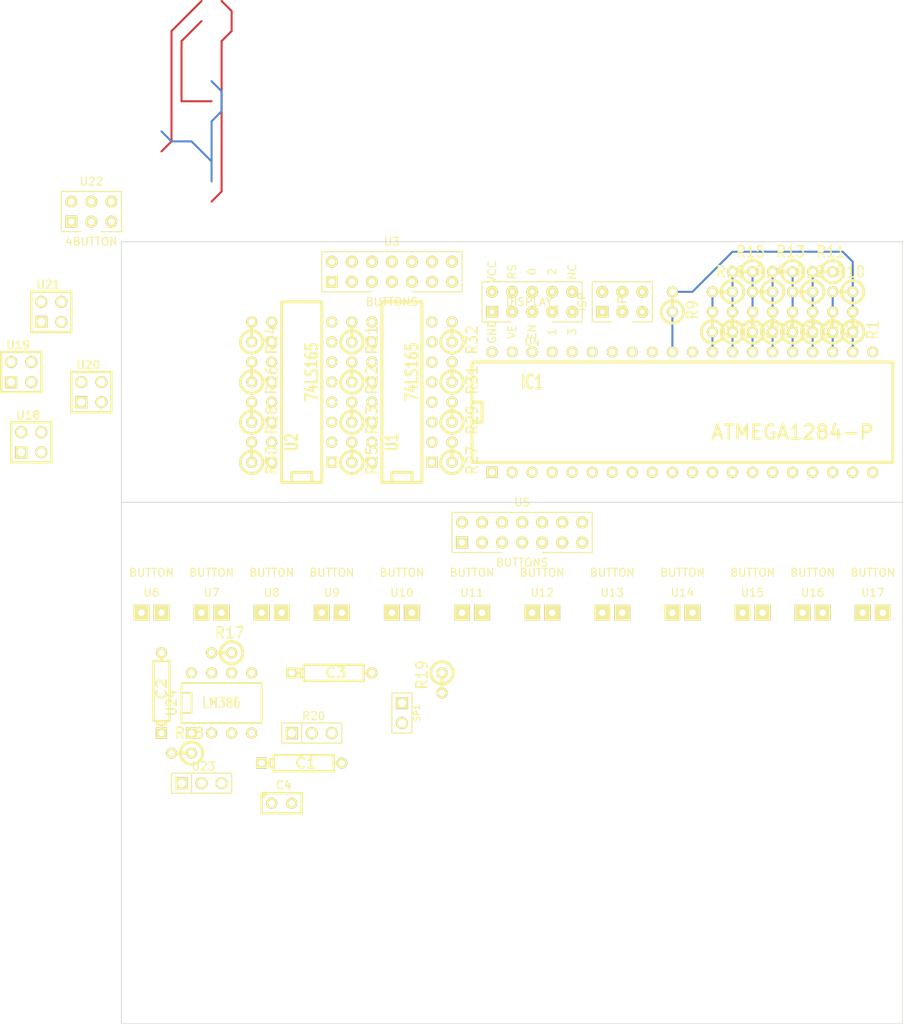
<source format=kicad_pcb>
(kicad_pcb (version 3) (host pcbnew "(2013-07-07 BZR 4022)-stable")

  (general
    (links 128)
    (no_connects 105)
    (area 20.269999 12.649999 119.430001 111.810001)
    (thickness 1.6)
    (drawings 6)
    (tracks 46)
    (zones 0)
    (modules 63)
    (nets 74)
  )

  (page A3)
  (layers
    (15 F.Cu signal)
    (0 B.Cu signal)
    (16 B.Adhes user)
    (17 F.Adhes user)
    (18 B.Paste user)
    (19 F.Paste user)
    (20 B.SilkS user)
    (21 F.SilkS user)
    (22 B.Mask user)
    (23 F.Mask user)
    (24 Dwgs.User user)
    (25 Cmts.User user)
    (26 Eco1.User user)
    (27 Eco2.User user)
    (28 Edge.Cuts user)
  )

  (setup
    (last_trace_width 0.254)
    (trace_clearance 0.254)
    (zone_clearance 0.508)
    (zone_45_only no)
    (trace_min 0.254)
    (segment_width 0.2)
    (edge_width 0.1)
    (via_size 0.889)
    (via_drill 0.635)
    (via_min_size 0.889)
    (via_min_drill 0.508)
    (uvia_size 0.508)
    (uvia_drill 0.127)
    (uvias_allowed no)
    (uvia_min_size 0.508)
    (uvia_min_drill 0.127)
    (pcb_text_width 0.3)
    (pcb_text_size 1.5 1.5)
    (mod_edge_width 0.15)
    (mod_text_size 1 1)
    (mod_text_width 0.15)
    (pad_size 1.5 1.5)
    (pad_drill 0.8128)
    (pad_to_mask_clearance 0)
    (aux_axis_origin 0 0)
    (visible_elements FFFFFFBF)
    (pcbplotparams
      (layerselection 3178497)
      (usegerberextensions true)
      (excludeedgelayer true)
      (linewidth 0.150000)
      (plotframeref false)
      (viasonmask false)
      (mode 1)
      (useauxorigin false)
      (hpglpennumber 1)
      (hpglpenspeed 20)
      (hpglpendiameter 15)
      (hpglpenoverlay 2)
      (psnegative false)
      (psa4output false)
      (plotreference true)
      (plotvalue true)
      (plotothertext true)
      (plotinvisibletext false)
      (padsonsilk false)
      (subtractmaskfromsilk false)
      (outputformat 1)
      (mirror false)
      (drillshape 1)
      (scaleselection 1)
      (outputdirectory ""))
  )

  (net 0 "")
  (net 1 N-000001)
  (net 2 N-0000010)
  (net 3 N-00000104)
  (net 4 N-00000105)
  (net 5 N-00000106)
  (net 6 N-00000107)
  (net 7 N-00000108)
  (net 8 N-0000011)
  (net 9 N-0000012)
  (net 10 N-0000013)
  (net 11 N-0000014)
  (net 12 N-0000015)
  (net 13 N-0000016)
  (net 14 N-0000017)
  (net 15 N-0000018)
  (net 16 N-0000019)
  (net 17 N-000002)
  (net 18 N-0000020)
  (net 19 N-0000021)
  (net 20 N-0000022)
  (net 21 N-0000023)
  (net 22 N-0000024)
  (net 23 N-0000025)
  (net 24 N-0000026)
  (net 25 N-0000027)
  (net 26 N-0000028)
  (net 27 N-0000029)
  (net 28 N-000003)
  (net 29 N-0000030)
  (net 30 N-0000031)
  (net 31 N-0000032)
  (net 32 N-0000033)
  (net 33 N-0000034)
  (net 34 N-0000035)
  (net 35 N-0000036)
  (net 36 N-0000037)
  (net 37 N-0000038)
  (net 38 N-0000039)
  (net 39 N-000004)
  (net 40 N-0000040)
  (net 41 N-0000041)
  (net 42 N-0000042)
  (net 43 N-0000043)
  (net 44 N-0000044)
  (net 45 N-0000045)
  (net 46 N-0000046)
  (net 47 N-0000047)
  (net 48 N-0000048)
  (net 49 N-0000049)
  (net 50 N-000005)
  (net 51 N-0000050)
  (net 52 N-0000051)
  (net 53 N-0000056)
  (net 54 N-0000057)
  (net 55 N-0000059)
  (net 56 N-000006)
  (net 57 N-0000060)
  (net 58 N-000007)
  (net 59 N-0000075)
  (net 60 N-0000076)
  (net 61 N-0000077)
  (net 62 N-0000078)
  (net 63 N-0000079)
  (net 64 N-000008)
  (net 65 N-0000080)
  (net 66 N-0000084)
  (net 67 N-0000085)
  (net 68 N-0000087)
  (net 69 N-0000089)
  (net 70 N-000009)
  (net 71 N-0000091)
  (net 72 N-0000093)
  (net 73 N-0000095)

  (net_class Default "This is the default net class."
    (clearance 0.254)
    (trace_width 0.254)
    (via_dia 0.889)
    (via_drill 0.635)
    (uvia_dia 0.508)
    (uvia_drill 0.127)
    (add_net "")
    (add_net N-000001)
    (add_net N-0000010)
    (add_net N-00000104)
    (add_net N-00000105)
    (add_net N-00000106)
    (add_net N-00000107)
    (add_net N-00000108)
    (add_net N-0000011)
    (add_net N-0000012)
    (add_net N-0000013)
    (add_net N-0000014)
    (add_net N-0000015)
    (add_net N-0000016)
    (add_net N-0000017)
    (add_net N-0000018)
    (add_net N-0000019)
    (add_net N-000002)
    (add_net N-0000020)
    (add_net N-0000021)
    (add_net N-0000022)
    (add_net N-0000023)
    (add_net N-0000024)
    (add_net N-0000025)
    (add_net N-0000026)
    (add_net N-0000027)
    (add_net N-0000028)
    (add_net N-0000029)
    (add_net N-000003)
    (add_net N-0000030)
    (add_net N-0000031)
    (add_net N-0000032)
    (add_net N-0000033)
    (add_net N-0000034)
    (add_net N-0000035)
    (add_net N-0000036)
    (add_net N-0000037)
    (add_net N-0000038)
    (add_net N-0000039)
    (add_net N-000004)
    (add_net N-0000040)
    (add_net N-0000041)
    (add_net N-0000042)
    (add_net N-0000043)
    (add_net N-0000044)
    (add_net N-0000045)
    (add_net N-0000046)
    (add_net N-0000047)
    (add_net N-0000048)
    (add_net N-0000049)
    (add_net N-000005)
    (add_net N-0000050)
    (add_net N-0000051)
    (add_net N-0000056)
    (add_net N-0000057)
    (add_net N-0000059)
    (add_net N-000006)
    (add_net N-0000060)
    (add_net N-000007)
    (add_net N-0000075)
    (add_net N-0000076)
    (add_net N-0000077)
    (add_net N-0000078)
    (add_net N-0000079)
    (add_net N-000008)
    (add_net N-0000080)
    (add_net N-0000084)
    (add_net N-0000085)
    (add_net N-0000087)
    (add_net N-0000089)
    (add_net N-000009)
    (add_net N-0000091)
    (add_net N-0000093)
    (add_net N-0000095)
  )

  (module R1 (layer F.Cu) (tedit 200000) (tstamp 5448079A)
    (at 90.17 20.32 90)
    (descr "Resistance verticale")
    (tags R)
    (path /5447E9BB)
    (autoplace_cost90 10)
    (autoplace_cost180 10)
    (fp_text reference R9 (at -1.016 2.54 90) (layer F.SilkS)
      (effects (font (size 1.397 1.27) (thickness 0.2032)))
    )
    (fp_text value R (at -1.143 2.54 90) (layer F.SilkS) hide
      (effects (font (size 1.397 1.27) (thickness 0.2032)))
    )
    (fp_line (start -1.27 0) (end 1.27 0) (layer F.SilkS) (width 0.381))
    (fp_circle (center -1.27 0) (end -0.635 1.27) (layer F.SilkS) (width 0.381))
    (pad 1 thru_hole circle (at -1.27 0 90) (size 1.397 1.397) (drill 0.8128)
      (layers *.Cu *.Mask F.SilkS)
      (net 4 N-00000105)
    )
    (pad 2 thru_hole circle (at 1.27 0 90) (size 1.397 1.397) (drill 0.8128)
      (layers *.Cu *.Mask F.SilkS)
      (net 55 N-0000059)
    )
    (model discret/verti_resistor.wrl
      (at (xyz 0 0 0))
      (scale (xyz 1 1 1))
      (rotate (xyz 0 0 0))
    )
  )

  (module R1 (layer F.Cu) (tedit 200000) (tstamp 544807A2)
    (at 109.22 16.51 180)
    (descr "Resistance verticale")
    (tags R)
    (path /5447E9D9)
    (autoplace_cost90 10)
    (autoplace_cost180 10)
    (fp_text reference R11 (at -1.016 2.54 180) (layer F.SilkS)
      (effects (font (size 1.397 1.27) (thickness 0.2032)))
    )
    (fp_text value R (at -1.143 2.54 180) (layer F.SilkS) hide
      (effects (font (size 1.397 1.27) (thickness 0.2032)))
    )
    (fp_line (start -1.27 0) (end 1.27 0) (layer F.SilkS) (width 0.381))
    (fp_circle (center -1.27 0) (end -0.635 1.27) (layer F.SilkS) (width 0.381))
    (pad 1 thru_hole circle (at -1.27 0 180) (size 1.397 1.397) (drill 0.8128)
      (layers *.Cu *.Mask F.SilkS)
      (net 57 N-0000060)
    )
    (pad 2 thru_hole circle (at 1.27 0 180) (size 1.397 1.397) (drill 0.8128)
      (layers *.Cu *.Mask F.SilkS)
      (net 65 N-0000080)
    )
    (model discret/verti_resistor.wrl
      (at (xyz 0 0 0))
      (scale (xyz 1 1 1))
      (rotate (xyz 0 0 0))
    )
  )

  (module R1 (layer F.Cu) (tedit 200000) (tstamp 544807AA)
    (at 106.68 19.05 180)
    (descr "Resistance verticale")
    (tags R)
    (path /5447E9E8)
    (autoplace_cost90 10)
    (autoplace_cost180 10)
    (fp_text reference R12 (at -1.016 2.54 180) (layer F.SilkS)
      (effects (font (size 1.397 1.27) (thickness 0.2032)))
    )
    (fp_text value R (at -1.143 2.54 180) (layer F.SilkS) hide
      (effects (font (size 1.397 1.27) (thickness 0.2032)))
    )
    (fp_line (start -1.27 0) (end 1.27 0) (layer F.SilkS) (width 0.381))
    (fp_circle (center -1.27 0) (end -0.635 1.27) (layer F.SilkS) (width 0.381))
    (pad 1 thru_hole circle (at -1.27 0 180) (size 1.397 1.397) (drill 0.8128)
      (layers *.Cu *.Mask F.SilkS)
      (net 65 N-0000080)
    )
    (pad 2 thru_hole circle (at 1.27 0 180) (size 1.397 1.397) (drill 0.8128)
      (layers *.Cu *.Mask F.SilkS)
      (net 59 N-0000075)
    )
    (model discret/verti_resistor.wrl
      (at (xyz 0 0 0))
      (scale (xyz 1 1 1))
      (rotate (xyz 0 0 0))
    )
  )

  (module R1 (layer F.Cu) (tedit 200000) (tstamp 544807B2)
    (at 104.14 16.51 180)
    (descr "Resistance verticale")
    (tags R)
    (path /5447E9F7)
    (autoplace_cost90 10)
    (autoplace_cost180 10)
    (fp_text reference R13 (at -1.016 2.54 180) (layer F.SilkS)
      (effects (font (size 1.397 1.27) (thickness 0.2032)))
    )
    (fp_text value R (at -1.143 2.54 180) (layer F.SilkS) hide
      (effects (font (size 1.397 1.27) (thickness 0.2032)))
    )
    (fp_line (start -1.27 0) (end 1.27 0) (layer F.SilkS) (width 0.381))
    (fp_circle (center -1.27 0) (end -0.635 1.27) (layer F.SilkS) (width 0.381))
    (pad 1 thru_hole circle (at -1.27 0 180) (size 1.397 1.397) (drill 0.8128)
      (layers *.Cu *.Mask F.SilkS)
      (net 59 N-0000075)
    )
    (pad 2 thru_hole circle (at 1.27 0 180) (size 1.397 1.397) (drill 0.8128)
      (layers *.Cu *.Mask F.SilkS)
      (net 60 N-0000076)
    )
    (model discret/verti_resistor.wrl
      (at (xyz 0 0 0))
      (scale (xyz 1 1 1))
      (rotate (xyz 0 0 0))
    )
  )

  (module R1 (layer F.Cu) (tedit 200000) (tstamp 544807BA)
    (at 101.6 19.05 180)
    (descr "Resistance verticale")
    (tags R)
    (path /5447EA06)
    (autoplace_cost90 10)
    (autoplace_cost180 10)
    (fp_text reference R14 (at -1.016 2.54 180) (layer F.SilkS)
      (effects (font (size 1.397 1.27) (thickness 0.2032)))
    )
    (fp_text value R (at -1.143 2.54 180) (layer F.SilkS) hide
      (effects (font (size 1.397 1.27) (thickness 0.2032)))
    )
    (fp_line (start -1.27 0) (end 1.27 0) (layer F.SilkS) (width 0.381))
    (fp_circle (center -1.27 0) (end -0.635 1.27) (layer F.SilkS) (width 0.381))
    (pad 1 thru_hole circle (at -1.27 0 180) (size 1.397 1.397) (drill 0.8128)
      (layers *.Cu *.Mask F.SilkS)
      (net 60 N-0000076)
    )
    (pad 2 thru_hole circle (at 1.27 0 180) (size 1.397 1.397) (drill 0.8128)
      (layers *.Cu *.Mask F.SilkS)
      (net 61 N-0000077)
    )
    (model discret/verti_resistor.wrl
      (at (xyz 0 0 0))
      (scale (xyz 1 1 1))
      (rotate (xyz 0 0 0))
    )
  )

  (module R1 (layer F.Cu) (tedit 200000) (tstamp 544807C2)
    (at 99.06 16.51 180)
    (descr "Resistance verticale")
    (tags R)
    (path /5447EA15)
    (autoplace_cost90 10)
    (autoplace_cost180 10)
    (fp_text reference R15 (at -1.016 2.54 180) (layer F.SilkS)
      (effects (font (size 1.397 1.27) (thickness 0.2032)))
    )
    (fp_text value R (at -1.143 2.54 180) (layer F.SilkS) hide
      (effects (font (size 1.397 1.27) (thickness 0.2032)))
    )
    (fp_line (start -1.27 0) (end 1.27 0) (layer F.SilkS) (width 0.381))
    (fp_circle (center -1.27 0) (end -0.635 1.27) (layer F.SilkS) (width 0.381))
    (pad 1 thru_hole circle (at -1.27 0 180) (size 1.397 1.397) (drill 0.8128)
      (layers *.Cu *.Mask F.SilkS)
      (net 61 N-0000077)
    )
    (pad 2 thru_hole circle (at 1.27 0 180) (size 1.397 1.397) (drill 0.8128)
      (layers *.Cu *.Mask F.SilkS)
      (net 62 N-0000078)
    )
    (model discret/verti_resistor.wrl
      (at (xyz 0 0 0))
      (scale (xyz 1 1 1))
      (rotate (xyz 0 0 0))
    )
  )

  (module R1 (layer F.Cu) (tedit 200000) (tstamp 544807CA)
    (at 113.03 22.86 90)
    (descr "Resistance verticale")
    (tags R)
    (path /5447EA24)
    (autoplace_cost90 10)
    (autoplace_cost180 10)
    (fp_text reference R1 (at -1.016 2.54 90) (layer F.SilkS)
      (effects (font (size 1.397 1.27) (thickness 0.2032)))
    )
    (fp_text value R (at -1.143 2.54 90) (layer F.SilkS) hide
      (effects (font (size 1.397 1.27) (thickness 0.2032)))
    )
    (fp_line (start -1.27 0) (end 1.27 0) (layer F.SilkS) (width 0.381))
    (fp_circle (center -1.27 0) (end -0.635 1.27) (layer F.SilkS) (width 0.381))
    (pad 1 thru_hole circle (at -1.27 0 90) (size 1.397 1.397) (drill 0.8128)
      (layers *.Cu *.Mask F.SilkS)
      (net 66 N-0000084)
    )
    (pad 2 thru_hole circle (at 1.27 0 90) (size 1.397 1.397) (drill 0.8128)
      (layers *.Cu *.Mask F.SilkS)
      (net 55 N-0000059)
    )
    (model discret/verti_resistor.wrl
      (at (xyz 0 0 0))
      (scale (xyz 1 1 1))
      (rotate (xyz 0 0 0))
    )
  )

  (module R1 (layer F.Cu) (tedit 200000) (tstamp 544807D2)
    (at 110.49 22.86 90)
    (descr "Resistance verticale")
    (tags R)
    (path /5447EA33)
    (autoplace_cost90 10)
    (autoplace_cost180 10)
    (fp_text reference R2 (at -1.016 2.54 90) (layer F.SilkS)
      (effects (font (size 1.397 1.27) (thickness 0.2032)))
    )
    (fp_text value R (at -1.143 2.54 90) (layer F.SilkS) hide
      (effects (font (size 1.397 1.27) (thickness 0.2032)))
    )
    (fp_line (start -1.27 0) (end 1.27 0) (layer F.SilkS) (width 0.381))
    (fp_circle (center -1.27 0) (end -0.635 1.27) (layer F.SilkS) (width 0.381))
    (pad 1 thru_hole circle (at -1.27 0 90) (size 1.397 1.397) (drill 0.8128)
      (layers *.Cu *.Mask F.SilkS)
      (net 71 N-0000091)
    )
    (pad 2 thru_hole circle (at 1.27 0 90) (size 1.397 1.397) (drill 0.8128)
      (layers *.Cu *.Mask F.SilkS)
      (net 57 N-0000060)
    )
    (model discret/verti_resistor.wrl
      (at (xyz 0 0 0))
      (scale (xyz 1 1 1))
      (rotate (xyz 0 0 0))
    )
  )

  (module R1 (layer F.Cu) (tedit 200000) (tstamp 544807DA)
    (at 107.95 22.86 90)
    (descr "Resistance verticale")
    (tags R)
    (path /5447EA42)
    (autoplace_cost90 10)
    (autoplace_cost180 10)
    (fp_text reference R3 (at -1.016 2.54 90) (layer F.SilkS)
      (effects (font (size 1.397 1.27) (thickness 0.2032)))
    )
    (fp_text value R (at -1.143 2.54 90) (layer F.SilkS) hide
      (effects (font (size 1.397 1.27) (thickness 0.2032)))
    )
    (fp_line (start -1.27 0) (end 1.27 0) (layer F.SilkS) (width 0.381))
    (fp_circle (center -1.27 0) (end -0.635 1.27) (layer F.SilkS) (width 0.381))
    (pad 1 thru_hole circle (at -1.27 0 90) (size 1.397 1.397) (drill 0.8128)
      (layers *.Cu *.Mask F.SilkS)
      (net 68 N-0000087)
    )
    (pad 2 thru_hole circle (at 1.27 0 90) (size 1.397 1.397) (drill 0.8128)
      (layers *.Cu *.Mask F.SilkS)
      (net 65 N-0000080)
    )
    (model discret/verti_resistor.wrl
      (at (xyz 0 0 0))
      (scale (xyz 1 1 1))
      (rotate (xyz 0 0 0))
    )
  )

  (module R1 (layer F.Cu) (tedit 200000) (tstamp 544807E2)
    (at 105.41 22.86 90)
    (descr "Resistance verticale")
    (tags R)
    (path /5447EA51)
    (autoplace_cost90 10)
    (autoplace_cost180 10)
    (fp_text reference R4 (at -1.016 2.54 90) (layer F.SilkS)
      (effects (font (size 1.397 1.27) (thickness 0.2032)))
    )
    (fp_text value R (at -1.143 2.54 90) (layer F.SilkS) hide
      (effects (font (size 1.397 1.27) (thickness 0.2032)))
    )
    (fp_line (start -1.27 0) (end 1.27 0) (layer F.SilkS) (width 0.381))
    (fp_circle (center -1.27 0) (end -0.635 1.27) (layer F.SilkS) (width 0.381))
    (pad 1 thru_hole circle (at -1.27 0 90) (size 1.397 1.397) (drill 0.8128)
      (layers *.Cu *.Mask F.SilkS)
      (net 69 N-0000089)
    )
    (pad 2 thru_hole circle (at 1.27 0 90) (size 1.397 1.397) (drill 0.8128)
      (layers *.Cu *.Mask F.SilkS)
      (net 59 N-0000075)
    )
    (model discret/verti_resistor.wrl
      (at (xyz 0 0 0))
      (scale (xyz 1 1 1))
      (rotate (xyz 0 0 0))
    )
  )

  (module R1 (layer F.Cu) (tedit 200000) (tstamp 544807EA)
    (at 102.87 22.86 90)
    (descr "Resistance verticale")
    (tags R)
    (path /5447EA60)
    (autoplace_cost90 10)
    (autoplace_cost180 10)
    (fp_text reference R5 (at -1.016 2.54 90) (layer F.SilkS)
      (effects (font (size 1.397 1.27) (thickness 0.2032)))
    )
    (fp_text value R (at -1.143 2.54 90) (layer F.SilkS) hide
      (effects (font (size 1.397 1.27) (thickness 0.2032)))
    )
    (fp_line (start -1.27 0) (end 1.27 0) (layer F.SilkS) (width 0.381))
    (fp_circle (center -1.27 0) (end -0.635 1.27) (layer F.SilkS) (width 0.381))
    (pad 1 thru_hole circle (at -1.27 0 90) (size 1.397 1.397) (drill 0.8128)
      (layers *.Cu *.Mask F.SilkS)
      (net 67 N-0000085)
    )
    (pad 2 thru_hole circle (at 1.27 0 90) (size 1.397 1.397) (drill 0.8128)
      (layers *.Cu *.Mask F.SilkS)
      (net 60 N-0000076)
    )
    (model discret/verti_resistor.wrl
      (at (xyz 0 0 0))
      (scale (xyz 1 1 1))
      (rotate (xyz 0 0 0))
    )
  )

  (module R1 (layer F.Cu) (tedit 200000) (tstamp 544807F2)
    (at 100.33 22.86 90)
    (descr "Resistance verticale")
    (tags R)
    (path /5447EA6F)
    (autoplace_cost90 10)
    (autoplace_cost180 10)
    (fp_text reference R6 (at -1.016 2.54 90) (layer F.SilkS)
      (effects (font (size 1.397 1.27) (thickness 0.2032)))
    )
    (fp_text value R (at -1.143 2.54 90) (layer F.SilkS) hide
      (effects (font (size 1.397 1.27) (thickness 0.2032)))
    )
    (fp_line (start -1.27 0) (end 1.27 0) (layer F.SilkS) (width 0.381))
    (fp_circle (center -1.27 0) (end -0.635 1.27) (layer F.SilkS) (width 0.381))
    (pad 1 thru_hole circle (at -1.27 0 90) (size 1.397 1.397) (drill 0.8128)
      (layers *.Cu *.Mask F.SilkS)
      (net 72 N-0000093)
    )
    (pad 2 thru_hole circle (at 1.27 0 90) (size 1.397 1.397) (drill 0.8128)
      (layers *.Cu *.Mask F.SilkS)
      (net 61 N-0000077)
    )
    (model discret/verti_resistor.wrl
      (at (xyz 0 0 0))
      (scale (xyz 1 1 1))
      (rotate (xyz 0 0 0))
    )
  )

  (module R1 (layer F.Cu) (tedit 200000) (tstamp 544807FA)
    (at 96.52 19.05 180)
    (descr "Resistance verticale")
    (tags R)
    (path /5447EAE5)
    (autoplace_cost90 10)
    (autoplace_cost180 10)
    (fp_text reference R16 (at -1.016 2.54 180) (layer F.SilkS)
      (effects (font (size 1.397 1.27) (thickness 0.2032)))
    )
    (fp_text value R (at -1.143 2.54 180) (layer F.SilkS) hide
      (effects (font (size 1.397 1.27) (thickness 0.2032)))
    )
    (fp_line (start -1.27 0) (end 1.27 0) (layer F.SilkS) (width 0.381))
    (fp_circle (center -1.27 0) (end -0.635 1.27) (layer F.SilkS) (width 0.381))
    (pad 1 thru_hole circle (at -1.27 0 180) (size 1.397 1.397) (drill 0.8128)
      (layers *.Cu *.Mask F.SilkS)
      (net 62 N-0000078)
    )
    (pad 2 thru_hole circle (at 1.27 0 180) (size 1.397 1.397) (drill 0.8128)
      (layers *.Cu *.Mask F.SilkS)
      (net 63 N-0000079)
    )
    (model discret/verti_resistor.wrl
      (at (xyz 0 0 0))
      (scale (xyz 1 1 1))
      (rotate (xyz 0 0 0))
    )
  )

  (module R1 (layer F.Cu) (tedit 200000) (tstamp 54480802)
    (at 97.79 22.86 90)
    (descr "Resistance verticale")
    (tags R)
    (path /5447EAF4)
    (autoplace_cost90 10)
    (autoplace_cost180 10)
    (fp_text reference R7 (at -1.016 2.54 90) (layer F.SilkS)
      (effects (font (size 1.397 1.27) (thickness 0.2032)))
    )
    (fp_text value R (at -1.143 2.54 90) (layer F.SilkS) hide
      (effects (font (size 1.397 1.27) (thickness 0.2032)))
    )
    (fp_line (start -1.27 0) (end 1.27 0) (layer F.SilkS) (width 0.381))
    (fp_circle (center -1.27 0) (end -0.635 1.27) (layer F.SilkS) (width 0.381))
    (pad 1 thru_hole circle (at -1.27 0 90) (size 1.397 1.397) (drill 0.8128)
      (layers *.Cu *.Mask F.SilkS)
      (net 73 N-0000095)
    )
    (pad 2 thru_hole circle (at 1.27 0 90) (size 1.397 1.397) (drill 0.8128)
      (layers *.Cu *.Mask F.SilkS)
      (net 62 N-0000078)
    )
    (model discret/verti_resistor.wrl
      (at (xyz 0 0 0))
      (scale (xyz 1 1 1))
      (rotate (xyz 0 0 0))
    )
  )

  (module R1 (layer F.Cu) (tedit 200000) (tstamp 5448080A)
    (at 95.25 22.86 90)
    (descr "Resistance verticale")
    (tags R)
    (path /5447EB03)
    (autoplace_cost90 10)
    (autoplace_cost180 10)
    (fp_text reference R8 (at -1.016 2.54 90) (layer F.SilkS)
      (effects (font (size 1.397 1.27) (thickness 0.2032)))
    )
    (fp_text value R (at -1.143 2.54 90) (layer F.SilkS) hide
      (effects (font (size 1.397 1.27) (thickness 0.2032)))
    )
    (fp_line (start -1.27 0) (end 1.27 0) (layer F.SilkS) (width 0.381))
    (fp_circle (center -1.27 0) (end -0.635 1.27) (layer F.SilkS) (width 0.381))
    (pad 1 thru_hole circle (at -1.27 0 90) (size 1.397 1.397) (drill 0.8128)
      (layers *.Cu *.Mask F.SilkS)
      (net 54 N-0000057)
    )
    (pad 2 thru_hole circle (at 1.27 0 90) (size 1.397 1.397) (drill 0.8128)
      (layers *.Cu *.Mask F.SilkS)
      (net 63 N-0000079)
    )
    (model discret/verti_resistor.wrl
      (at (xyz 0 0 0))
      (scale (xyz 1 1 1))
      (rotate (xyz 0 0 0))
    )
  )

  (module DIP-40__600 (layer F.Cu) (tedit 200000) (tstamp 54480D7F)
    (at 91.44 34.29)
    (descr "Module Dil 40 pins, pads ronds, e=600 mils")
    (tags DIL)
    (path /54480CB5)
    (fp_text reference IC1 (at -19.05 -3.81) (layer F.SilkS)
      (effects (font (size 1.778 1.143) (thickness 0.3048)))
    )
    (fp_text value ATMEGA1284-P (at 13.97 2.54) (layer F.SilkS)
      (effects (font (size 1.778 1.778) (thickness 0.3048)))
    )
    (fp_line (start -26.67 -1.27) (end -25.4 -1.27) (layer F.SilkS) (width 0.381))
    (fp_line (start -25.4 -1.27) (end -25.4 1.27) (layer F.SilkS) (width 0.381))
    (fp_line (start -25.4 1.27) (end -26.67 1.27) (layer F.SilkS) (width 0.381))
    (fp_line (start -26.67 -6.35) (end 26.67 -6.35) (layer F.SilkS) (width 0.381))
    (fp_line (start 26.67 -6.35) (end 26.67 6.35) (layer F.SilkS) (width 0.381))
    (fp_line (start 26.67 6.35) (end -26.67 6.35) (layer F.SilkS) (width 0.381))
    (fp_line (start -26.67 6.35) (end -26.67 -6.35) (layer F.SilkS) (width 0.381))
    (pad 1 thru_hole rect (at -24.13 7.62) (size 1.397 1.397) (drill 0.8128)
      (layers *.Cu *.Mask F.SilkS)
      (net 19 N-0000021)
    )
    (pad 2 thru_hole circle (at -21.59 7.62) (size 1.397 1.397) (drill 0.8128)
      (layers *.Cu *.Mask F.SilkS)
    )
    (pad 3 thru_hole circle (at -19.05 7.62) (size 1.397 1.397) (drill 0.8128)
      (layers *.Cu *.Mask F.SilkS)
    )
    (pad 4 thru_hole circle (at -16.51 7.62) (size 1.397 1.397) (drill 0.8128)
      (layers *.Cu *.Mask F.SilkS)
    )
    (pad 5 thru_hole circle (at -13.97 7.62) (size 1.397 1.397) (drill 0.8128)
      (layers *.Cu *.Mask F.SilkS)
      (net 16 N-0000019)
    )
    (pad 6 thru_hole circle (at -11.43 7.62) (size 1.397 1.397) (drill 0.8128)
      (layers *.Cu *.Mask F.SilkS)
      (net 14 N-0000017)
    )
    (pad 7 thru_hole circle (at -8.89 7.62) (size 1.397 1.397) (drill 0.8128)
      (layers *.Cu *.Mask F.SilkS)
      (net 13 N-0000016)
    )
    (pad 8 thru_hole circle (at -6.35 7.62) (size 1.397 1.397) (drill 0.8128)
      (layers *.Cu *.Mask F.SilkS)
      (net 3 N-00000104)
    )
    (pad 9 thru_hole circle (at -3.81 7.62) (size 1.397 1.397) (drill 0.8128)
      (layers *.Cu *.Mask F.SilkS)
      (net 53 N-0000056)
    )
    (pad 10 thru_hole circle (at -1.27 7.62) (size 1.397 1.397) (drill 0.8128)
      (layers *.Cu *.Mask F.SilkS)
      (net 47 N-0000047)
    )
    (pad 11 thru_hole circle (at 1.27 7.62) (size 1.397 1.397) (drill 0.8128)
      (layers *.Cu *.Mask F.SilkS)
    )
    (pad 12 thru_hole circle (at 3.81 7.62) (size 1.397 1.397) (drill 0.8128)
      (layers *.Cu *.Mask F.SilkS)
    )
    (pad 13 thru_hole circle (at 6.35 7.62) (size 1.397 1.397) (drill 0.8128)
      (layers *.Cu *.Mask F.SilkS)
    )
    (pad 14 thru_hole circle (at 8.89 7.62) (size 1.397 1.397) (drill 0.8128)
      (layers *.Cu *.Mask F.SilkS)
      (net 23 N-0000025)
    )
    (pad 15 thru_hole circle (at 11.43 7.62) (size 1.397 1.397) (drill 0.8128)
      (layers *.Cu *.Mask F.SilkS)
      (net 22 N-0000024)
    )
    (pad 16 thru_hole circle (at 13.97 7.62) (size 1.397 1.397) (drill 0.8128)
      (layers *.Cu *.Mask F.SilkS)
      (net 21 N-0000023)
    )
    (pad 17 thru_hole circle (at 16.51 7.62) (size 1.397 1.397) (drill 0.8128)
      (layers *.Cu *.Mask F.SilkS)
      (net 20 N-0000022)
    )
    (pad 18 thru_hole circle (at 19.05 7.62) (size 1.397 1.397) (drill 0.8128)
      (layers *.Cu *.Mask F.SilkS)
      (net 18 N-0000020)
    )
    (pad 19 thru_hole circle (at 21.59 7.62) (size 1.397 1.397) (drill 0.8128)
      (layers *.Cu *.Mask F.SilkS)
      (net 12 N-0000015)
    )
    (pad 20 thru_hole circle (at 24.13 7.62) (size 1.397 1.397) (drill 0.8128)
      (layers *.Cu *.Mask F.SilkS)
    )
    (pad 21 thru_hole circle (at 24.13 -7.62) (size 1.397 1.397) (drill 0.8128)
      (layers *.Cu *.Mask F.SilkS)
      (net 11 N-0000014)
    )
    (pad 22 thru_hole circle (at 21.59 -7.62) (size 1.397 1.397) (drill 0.8128)
      (layers *.Cu *.Mask F.SilkS)
      (net 66 N-0000084)
    )
    (pad 23 thru_hole circle (at 19.05 -7.62) (size 1.397 1.397) (drill 0.8128)
      (layers *.Cu *.Mask F.SilkS)
      (net 71 N-0000091)
    )
    (pad 24 thru_hole circle (at 16.51 -7.62) (size 1.397 1.397) (drill 0.8128)
      (layers *.Cu *.Mask F.SilkS)
      (net 68 N-0000087)
    )
    (pad 25 thru_hole circle (at 13.97 -7.62) (size 1.397 1.397) (drill 0.8128)
      (layers *.Cu *.Mask F.SilkS)
      (net 69 N-0000089)
    )
    (pad 26 thru_hole circle (at 11.43 -7.62) (size 1.397 1.397) (drill 0.8128)
      (layers *.Cu *.Mask F.SilkS)
      (net 67 N-0000085)
    )
    (pad 27 thru_hole circle (at 8.89 -7.62) (size 1.397 1.397) (drill 0.8128)
      (layers *.Cu *.Mask F.SilkS)
      (net 72 N-0000093)
    )
    (pad 28 thru_hole circle (at 6.35 -7.62) (size 1.397 1.397) (drill 0.8128)
      (layers *.Cu *.Mask F.SilkS)
      (net 73 N-0000095)
    )
    (pad 29 thru_hole circle (at 3.81 -7.62) (size 1.397 1.397) (drill 0.8128)
      (layers *.Cu *.Mask F.SilkS)
      (net 54 N-0000057)
    )
    (pad 30 thru_hole circle (at 1.27 -7.62) (size 1.397 1.397) (drill 0.8128)
      (layers *.Cu *.Mask F.SilkS)
    )
    (pad 31 thru_hole circle (at -1.27 -7.62) (size 1.397 1.397) (drill 0.8128)
      (layers *.Cu *.Mask F.SilkS)
      (net 4 N-00000105)
    )
    (pad 32 thru_hole circle (at -3.81 -7.62) (size 1.397 1.397) (drill 0.8128)
      (layers *.Cu *.Mask F.SilkS)
    )
    (pad 33 thru_hole circle (at -6.35 -7.62) (size 1.397 1.397) (drill 0.8128)
      (layers *.Cu *.Mask F.SilkS)
    )
    (pad 34 thru_hole circle (at -8.89 -7.62) (size 1.397 1.397) (drill 0.8128)
      (layers *.Cu *.Mask F.SilkS)
    )
    (pad 35 thru_hole circle (at -11.43 -7.62) (size 1.397 1.397) (drill 0.8128)
      (layers *.Cu *.Mask F.SilkS)
    )
    (pad 36 thru_hole circle (at -13.97 -7.62) (size 1.397 1.397) (drill 0.8128)
      (layers *.Cu *.Mask F.SilkS)
    )
    (pad 37 thru_hole circle (at -16.51 -7.62) (size 1.397 1.397) (drill 0.8128)
      (layers *.Cu *.Mask F.SilkS)
    )
    (pad 38 thru_hole circle (at -19.05 -7.62) (size 1.397 1.397) (drill 0.8128)
      (layers *.Cu *.Mask F.SilkS)
    )
    (pad 39 thru_hole circle (at -21.59 -7.62) (size 1.397 1.397) (drill 0.8128)
      (layers *.Cu *.Mask F.SilkS)
    )
    (pad 40 thru_hole circle (at -24.13 -7.62) (size 1.397 1.397) (drill 0.8128)
      (layers *.Cu *.Mask F.SilkS)
    )
    (model dil/dil_40-w600.wrl
      (at (xyz 0 0 0))
      (scale (xyz 1 1 1))
      (rotate (xyz 0 0 0))
    )
  )

  (module R1 (layer F.Cu) (tedit 200000) (tstamp 5448A3D4)
    (at 111.76 19.05 180)
    (descr "Resistance verticale")
    (tags R)
    (path /5448A3E2)
    (autoplace_cost90 10)
    (autoplace_cost180 10)
    (fp_text reference R10 (at -1.016 2.54 180) (layer F.SilkS)
      (effects (font (size 1.397 1.27) (thickness 0.2032)))
    )
    (fp_text value R (at -1.143 2.54 180) (layer F.SilkS) hide
      (effects (font (size 1.397 1.27) (thickness 0.2032)))
    )
    (fp_line (start -1.27 0) (end 1.27 0) (layer F.SilkS) (width 0.381))
    (fp_circle (center -1.27 0) (end -0.635 1.27) (layer F.SilkS) (width 0.381))
    (pad 1 thru_hole circle (at -1.27 0 180) (size 1.397 1.397) (drill 0.8128)
      (layers *.Cu *.Mask F.SilkS)
      (net 55 N-0000059)
    )
    (pad 2 thru_hole circle (at 1.27 0 180) (size 1.397 1.397) (drill 0.8128)
      (layers *.Cu *.Mask F.SilkS)
      (net 57 N-0000060)
    )
    (model discret/verti_resistor.wrl
      (at (xyz 0 0 0))
      (scale (xyz 1 1 1))
      (rotate (xyz 0 0 0))
    )
  )

  (module ISP (layer F.Cu) (tedit 54494CA4) (tstamp 54494E4B)
    (at 83.82 20.32 90)
    (path /54495641)
    (fp_text reference ISP1 (at 0 0 90) (layer F.SilkS)
      (effects (font (size 1 1) (thickness 0.15)))
    )
    (fp_text value ISP (at 0 -5.08 90) (layer F.SilkS)
      (effects (font (size 1 1) (thickness 0.15)))
    )
    (fp_line (start -2.54 -1.27) (end -2.54 -3.81) (layer F.SilkS) (width 0.15))
    (fp_line (start -2.54 -3.81) (end 2.54 -3.81) (layer F.SilkS) (width 0.15))
    (fp_line (start 2.54 -3.81) (end 2.54 3.81) (layer F.SilkS) (width 0.15))
    (fp_line (start 2.54 3.81) (end -2.54 3.81) (layer F.SilkS) (width 0.15))
    (fp_line (start -2.54 3.81) (end -2.54 1.27) (layer F.SilkS) (width 0.15))
    (pad 1 thru_hole rect (at -1.27 -2.54 90) (size 1.5 1.5) (drill 0.6)
      (layers *.Cu *.Mask F.SilkS)
      (net 13 N-0000016)
    )
    (pad 2 thru_hole circle (at 1.27 -2.54 90) (size 1.5 1.5) (drill 0.6)
      (layers *.Cu *.Mask F.SilkS)
      (net 47 N-0000047)
    )
    (pad 3 thru_hole circle (at -1.27 0 90) (size 1.5 1.5) (drill 0.6)
      (layers *.Cu *.Mask F.SilkS)
      (net 3 N-00000104)
    )
    (pad 4 thru_hole circle (at 1.27 0 90) (size 1.5 1.5) (drill 0.6)
      (layers *.Cu *.Mask F.SilkS)
      (net 14 N-0000017)
    )
    (pad 5 thru_hole circle (at -1.27 2.54 90) (size 1.5 1.5) (drill 0.6)
      (layers *.Cu *.Mask F.SilkS)
      (net 53 N-0000056)
    )
    (pad 6 thru_hole circle (at 1.27 2.54 90) (size 1.5 1.5) (drill 0.6)
      (layers *.Cu *.Mask F.SilkS)
      (net 4 N-00000105)
    )
  )

  (module DIP-16__300 (layer F.Cu) (tedit 200000) (tstamp 5449C933)
    (at 55.88 31.75 90)
    (descr "16 pins DIL package, round pads")
    (tags DIL)
    (path /54495982)
    (fp_text reference U1 (at -6.35 -1.27 90) (layer F.SilkS)
      (effects (font (size 1.524 1.143) (thickness 0.3048)))
    )
    (fp_text value 74LS165 (at 2.54 1.27 90) (layer F.SilkS)
      (effects (font (size 1.524 1.143) (thickness 0.3048)))
    )
    (fp_line (start -11.43 -1.27) (end -11.43 -1.27) (layer F.SilkS) (width 0.381))
    (fp_line (start -11.43 -1.27) (end -10.16 -1.27) (layer F.SilkS) (width 0.381))
    (fp_line (start -10.16 -1.27) (end -10.16 1.27) (layer F.SilkS) (width 0.381))
    (fp_line (start -10.16 1.27) (end -11.43 1.27) (layer F.SilkS) (width 0.381))
    (fp_line (start -11.43 -2.54) (end 11.43 -2.54) (layer F.SilkS) (width 0.381))
    (fp_line (start 11.43 -2.54) (end 11.43 2.54) (layer F.SilkS) (width 0.381))
    (fp_line (start 11.43 2.54) (end -11.43 2.54) (layer F.SilkS) (width 0.381))
    (fp_line (start -11.43 2.54) (end -11.43 -2.54) (layer F.SilkS) (width 0.381))
    (pad 1 thru_hole rect (at -8.89 3.81 90) (size 1.397 1.397) (drill 0.8128)
      (layers *.Cu *.Mask F.SilkS)
      (net 19 N-0000021)
    )
    (pad 2 thru_hole circle (at -6.35 3.81 90) (size 1.397 1.397) (drill 0.8128)
      (layers *.Cu *.Mask F.SilkS)
      (net 16 N-0000019)
    )
    (pad 3 thru_hole circle (at -3.81 3.81 90) (size 1.397 1.397) (drill 0.8128)
      (layers *.Cu *.Mask F.SilkS)
      (net 26 N-0000028)
    )
    (pad 4 thru_hole circle (at -1.27 3.81 90) (size 1.397 1.397) (drill 0.8128)
      (layers *.Cu *.Mask F.SilkS)
      (net 25 N-0000027)
    )
    (pad 5 thru_hole circle (at 1.27 3.81 90) (size 1.397 1.397) (drill 0.8128)
      (layers *.Cu *.Mask F.SilkS)
      (net 30 N-0000031)
    )
    (pad 6 thru_hole circle (at 3.81 3.81 90) (size 1.397 1.397) (drill 0.8128)
      (layers *.Cu *.Mask F.SilkS)
      (net 29 N-0000030)
    )
    (pad 7 thru_hole circle (at 6.35 3.81 90) (size 1.397 1.397) (drill 0.8128)
      (layers *.Cu *.Mask F.SilkS)
    )
    (pad 8 thru_hole circle (at 8.89 3.81 90) (size 1.397 1.397) (drill 0.8128)
      (layers *.Cu *.Mask F.SilkS)
      (net 4 N-00000105)
    )
    (pad 9 thru_hole circle (at 8.89 -3.81 90) (size 1.397 1.397) (drill 0.8128)
      (layers *.Cu *.Mask F.SilkS)
      (net 15 N-0000018)
    )
    (pad 10 thru_hole circle (at 6.35 -3.81 90) (size 1.397 1.397) (drill 0.8128)
      (layers *.Cu *.Mask F.SilkS)
    )
    (pad 11 thru_hole circle (at 3.81 -3.81 90) (size 1.397 1.397) (drill 0.8128)
      (layers *.Cu *.Mask F.SilkS)
      (net 35 N-0000036)
    )
    (pad 12 thru_hole circle (at 1.27 -3.81 90) (size 1.397 1.397) (drill 0.8128)
      (layers *.Cu *.Mask F.SilkS)
      (net 36 N-0000037)
    )
    (pad 13 thru_hole circle (at -1.27 -3.81 90) (size 1.397 1.397) (drill 0.8128)
      (layers *.Cu *.Mask F.SilkS)
      (net 27 N-0000029)
    )
    (pad 14 thru_hole circle (at -3.81 -3.81 90) (size 1.397 1.397) (drill 0.8128)
      (layers *.Cu *.Mask F.SilkS)
      (net 24 N-0000026)
    )
    (pad 15 thru_hole circle (at -6.35 -3.81 90) (size 1.397 1.397) (drill 0.8128)
      (layers *.Cu *.Mask F.SilkS)
      (net 4 N-00000105)
    )
    (pad 16 thru_hole circle (at -8.89 -3.81 90) (size 1.397 1.397) (drill 0.8128)
      (layers *.Cu *.Mask F.SilkS)
      (net 47 N-0000047)
    )
    (model dil/dil_16.wrl
      (at (xyz 0 0 0))
      (scale (xyz 1 1 1))
      (rotate (xyz 0 0 0))
    )
  )

  (module DIP-16__300 (layer F.Cu) (tedit 200000) (tstamp 5449C94F)
    (at 43.18 31.75 90)
    (descr "16 pins DIL package, round pads")
    (tags DIL)
    (path /5449599A)
    (fp_text reference U2 (at -6.35 -1.27 90) (layer F.SilkS)
      (effects (font (size 1.524 1.143) (thickness 0.3048)))
    )
    (fp_text value 74LS165 (at 2.54 1.27 90) (layer F.SilkS)
      (effects (font (size 1.524 1.143) (thickness 0.3048)))
    )
    (fp_line (start -11.43 -1.27) (end -11.43 -1.27) (layer F.SilkS) (width 0.381))
    (fp_line (start -11.43 -1.27) (end -10.16 -1.27) (layer F.SilkS) (width 0.381))
    (fp_line (start -10.16 -1.27) (end -10.16 1.27) (layer F.SilkS) (width 0.381))
    (fp_line (start -10.16 1.27) (end -11.43 1.27) (layer F.SilkS) (width 0.381))
    (fp_line (start -11.43 -2.54) (end 11.43 -2.54) (layer F.SilkS) (width 0.381))
    (fp_line (start 11.43 -2.54) (end 11.43 2.54) (layer F.SilkS) (width 0.381))
    (fp_line (start 11.43 2.54) (end -11.43 2.54) (layer F.SilkS) (width 0.381))
    (fp_line (start -11.43 2.54) (end -11.43 -2.54) (layer F.SilkS) (width 0.381))
    (pad 1 thru_hole rect (at -8.89 3.81 90) (size 1.397 1.397) (drill 0.8128)
      (layers *.Cu *.Mask F.SilkS)
    )
    (pad 2 thru_hole circle (at -6.35 3.81 90) (size 1.397 1.397) (drill 0.8128)
      (layers *.Cu *.Mask F.SilkS)
      (net 16 N-0000019)
    )
    (pad 3 thru_hole circle (at -3.81 3.81 90) (size 1.397 1.397) (drill 0.8128)
      (layers *.Cu *.Mask F.SilkS)
      (net 4 N-00000105)
    )
    (pad 4 thru_hole circle (at -1.27 3.81 90) (size 1.397 1.397) (drill 0.8128)
      (layers *.Cu *.Mask F.SilkS)
      (net 4 N-00000105)
    )
    (pad 5 thru_hole circle (at 1.27 3.81 90) (size 1.397 1.397) (drill 0.8128)
      (layers *.Cu *.Mask F.SilkS)
      (net 4 N-00000105)
    )
    (pad 6 thru_hole circle (at 3.81 3.81 90) (size 1.397 1.397) (drill 0.8128)
      (layers *.Cu *.Mask F.SilkS)
      (net 4 N-00000105)
    )
    (pad 7 thru_hole circle (at 6.35 3.81 90) (size 1.397 1.397) (drill 0.8128)
      (layers *.Cu *.Mask F.SilkS)
    )
    (pad 8 thru_hole circle (at 8.89 3.81 90) (size 1.397 1.397) (drill 0.8128)
      (layers *.Cu *.Mask F.SilkS)
      (net 4 N-00000105)
    )
    (pad 9 thru_hole circle (at 8.89 -3.81 90) (size 1.397 1.397) (drill 0.8128)
      (layers *.Cu *.Mask F.SilkS)
    )
    (pad 10 thru_hole circle (at 6.35 -3.81 90) (size 1.397 1.397) (drill 0.8128)
      (layers *.Cu *.Mask F.SilkS)
      (net 15 N-0000018)
    )
    (pad 11 thru_hole circle (at 3.81 -3.81 90) (size 1.397 1.397) (drill 0.8128)
      (layers *.Cu *.Mask F.SilkS)
      (net 34 N-0000035)
    )
    (pad 12 thru_hole circle (at 1.27 -3.81 90) (size 1.397 1.397) (drill 0.8128)
      (layers *.Cu *.Mask F.SilkS)
      (net 31 N-0000032)
    )
    (pad 13 thru_hole circle (at -1.27 -3.81 90) (size 1.397 1.397) (drill 0.8128)
      (layers *.Cu *.Mask F.SilkS)
      (net 33 N-0000034)
    )
    (pad 14 thru_hole circle (at -3.81 -3.81 90) (size 1.397 1.397) (drill 0.8128)
      (layers *.Cu *.Mask F.SilkS)
      (net 32 N-0000033)
    )
    (pad 15 thru_hole circle (at -6.35 -3.81 90) (size 1.397 1.397) (drill 0.8128)
      (layers *.Cu *.Mask F.SilkS)
      (net 4 N-00000105)
    )
    (pad 16 thru_hole circle (at -8.89 -3.81 90) (size 1.397 1.397) (drill 0.8128)
      (layers *.Cu *.Mask F.SilkS)
      (net 47 N-0000047)
    )
    (model dil/dil_16.wrl
      (at (xyz 0 0 0))
      (scale (xyz 1 1 1))
      (rotate (xyz 0 0 0))
    )
  )

  (module buttons_conn (layer F.Cu) (tedit 54499563) (tstamp 5449FB9E)
    (at 50.8 16.51)
    (path /54499B07)
    (fp_text reference U3 (at 3.81 -3.81) (layer F.SilkS)
      (effects (font (size 1 1) (thickness 0.15)))
    )
    (fp_text value BUTTONS (at 3.81 3.81) (layer F.SilkS)
      (effects (font (size 1 1) (thickness 0.15)))
    )
    (fp_line (start -5.08 -2.54) (end -5.08 2.54) (layer F.SilkS) (width 0.15))
    (fp_line (start -5.08 2.54) (end 1.27 2.54) (layer F.SilkS) (width 0.15))
    (fp_line (start -5.08 -2.54) (end 12.7 -2.54) (layer F.SilkS) (width 0.15))
    (fp_line (start 12.7 -2.54) (end 12.7 2.54) (layer F.SilkS) (width 0.15))
    (fp_line (start 12.7 2.54) (end 6.35 2.54) (layer F.SilkS) (width 0.15))
    (pad 1 thru_hole rect (at -3.81 1.27) (size 1.5 1.5) (drill 0.8128)
      (layers *.Cu *.Mask F.SilkS)
    )
    (pad 2 thru_hole circle (at -3.81 -1.27) (size 1.5 1.5) (drill 0.8128)
      (layers *.Cu *.Mask F.SilkS)
    )
    (pad 3 thru_hole circle (at -1.27 1.27) (size 1.5 1.5) (drill 0.8128)
      (layers *.Cu *.Mask F.SilkS)
    )
    (pad 4 thru_hole circle (at -1.27 -1.27) (size 1.5 1.5) (drill 0.8128)
      (layers *.Cu *.Mask F.SilkS)
    )
    (pad 5 thru_hole circle (at 1.27 1.27) (size 1.5 1.5) (drill 0.8128)
      (layers *.Cu *.Mask F.SilkS)
    )
    (pad 6 thru_hole circle (at 1.27 -1.27) (size 1.5 1.5) (drill 0.8128)
      (layers *.Cu *.Mask F.SilkS)
    )
    (pad 7 thru_hole circle (at 3.81 1.27) (size 1.5 1.5) (drill 0.8128)
      (layers *.Cu *.Mask F.SilkS)
    )
    (pad 8 thru_hole circle (at 3.81 -1.27) (size 1.5 1.5) (drill 0.8128)
      (layers *.Cu *.Mask F.SilkS)
    )
    (pad 9 thru_hole circle (at 6.35 1.27) (size 1.5 1.5) (drill 0.8128)
      (layers *.Cu *.Mask F.SilkS)
    )
    (pad 10 thru_hole circle (at 6.35 -1.27) (size 1.5 1.5) (drill 0.8128)
      (layers *.Cu *.Mask F.SilkS)
    )
    (pad 11 thru_hole circle (at 8.89 1.27) (size 1.5 1.5) (drill 0.8128)
      (layers *.Cu *.Mask F.SilkS)
    )
    (pad 12 thru_hole circle (at 8.89 -1.27) (size 1.5 1.5) (drill 0.8128)
      (layers *.Cu *.Mask F.SilkS)
    )
    (pad 13 thru_hole circle (at 11.43 1.27) (size 1.5 1.5) (drill 0.8128)
      (layers *.Cu *.Mask F.SilkS)
      (net 47 N-0000047)
    )
    (pad 14 thru_hole circle (at 11.43 -1.27) (size 1.5 1.5) (drill 0.8128)
      (layers *.Cu *.Mask F.SilkS)
    )
  )

  (module display (layer F.Cu) (tedit 544A0EEA) (tstamp 5449FC7A)
    (at 72.39 22.86)
    (path /5449A3DF)
    (fp_text reference U4 (at 0 2.54) (layer F.SilkS)
      (effects (font (size 1 1) (thickness 0.15)))
    )
    (fp_text value DISPLAY_ (at 0 -2.54) (layer F.SilkS)
      (effects (font (size 1 1) (thickness 0.15)))
    )
    (fp_line (start 6.35 -5.08) (end -6.35 -5.08) (layer F.SilkS) (width 0.15))
    (fp_line (start -6.35 -5.08) (end -6.35 0) (layer F.SilkS) (width 0.15))
    (fp_line (start -6.35 0) (end -2.54 0) (layer F.SilkS) (width 0.15))
    (fp_line (start 6.35 -5.08) (end 6.35 0) (layer F.SilkS) (width 0.15))
    (fp_line (start 6.35 0) (end 2.54 0) (layer F.SilkS) (width 0.15))
    (fp_text user NC (at 5.08 -6.35 90) (layer F.SilkS)
      (effects (font (size 1 1) (thickness 0.15)))
    )
    (fp_text user 3 (at 5.08 1.27 90) (layer F.SilkS)
      (effects (font (size 1 1) (thickness 0.15)))
    )
    (fp_text user 2 (at 2.54 -6.35 90) (layer F.SilkS)
      (effects (font (size 1 1) (thickness 0.15)))
    )
    (fp_text user 1 (at 2.54 1.27 90) (layer F.SilkS)
      (effects (font (size 1 1) (thickness 0.15)))
    )
    (fp_text user 0 (at 0 -6.35 90) (layer F.SilkS)
      (effects (font (size 1 1) (thickness 0.15)))
    )
    (fp_text user EN (at 0 1.27 90) (layer F.SilkS)
      (effects (font (size 1 1) (thickness 0.15)))
    )
    (fp_text user VE (at -2.54 1.27 90) (layer F.SilkS)
      (effects (font (size 1 1) (thickness 0.15)))
    )
    (fp_text user RS (at -2.54 -6.35 90) (layer F.SilkS)
      (effects (font (size 1 1) (thickness 0.15)))
    )
    (fp_text user VCC (at -5.08 -6.35 90) (layer F.SilkS)
      (effects (font (size 1 1) (thickness 0.15)))
    )
    (fp_text user GND (at -5.08 1.27 90) (layer F.SilkS)
      (effects (font (size 1 1) (thickness 0.15)))
    )
    (pad 4 thru_hole circle (at -2.54 -3.81) (size 1.5 1.5) (drill 0.6)
      (layers *.Cu *.Mask F.SilkS)
      (net 11 N-0000014)
    )
    (pad 6 thru_hole circle (at 0 -3.81) (size 1.5 1.5) (drill 0.6)
      (layers *.Cu *.Mask F.SilkS)
      (net 23 N-0000025)
    )
    (pad 8 thru_hole circle (at 2.54 -3.81) (size 1.5 1.5) (drill 0.6)
      (layers *.Cu *.Mask F.SilkS)
      (net 21 N-0000023)
    )
    (pad 1 thru_hole rect (at -5.08 -1.27) (size 1.5 1.5) (drill 0.6)
      (layers *.Cu *.Mask F.SilkS)
      (net 4 N-00000105)
    )
    (pad 3 thru_hole circle (at -2.54 -1.27) (size 1.5 1.5) (drill 0.6)
      (layers *.Cu *.Mask F.SilkS)
      (net 12 N-0000015)
    )
    (pad 5 thru_hole circle (at 0 -1.27) (size 1.5 1.5) (drill 0.6)
      (layers *.Cu *.Mask F.SilkS)
      (net 18 N-0000020)
    )
    (pad 7 thru_hole circle (at 2.54 -1.27) (size 1.5 1.5) (drill 0.6)
      (layers *.Cu *.Mask F.SilkS)
      (net 22 N-0000024)
    )
    (pad 2 thru_hole circle (at -5.08 -3.81) (size 1.5 1.5) (drill 0.6)
      (layers *.Cu *.Mask F.SilkS)
      (net 47 N-0000047)
    )
    (pad 9 thru_hole circle (at 5.08 -1.27) (size 1.5 1.5) (drill 0.6)
      (layers *.Cu *.Mask F.SilkS)
      (net 20 N-0000022)
    )
    (pad 10 thru_hole circle (at 5.08 -3.81) (size 1.5 1.5) (drill 0.6)
      (layers *.Cu *.Mask F.SilkS)
    )
  )

  (module buttons_conn (layer F.Cu) (tedit 54499563) (tstamp 544A14A6)
    (at 67.31 49.53)
    (path /544A1A77)
    (fp_text reference U5 (at 3.81 -3.81) (layer F.SilkS)
      (effects (font (size 1 1) (thickness 0.15)))
    )
    (fp_text value BUTTONS (at 3.81 3.81) (layer F.SilkS)
      (effects (font (size 1 1) (thickness 0.15)))
    )
    (fp_line (start -5.08 -2.54) (end -5.08 2.54) (layer F.SilkS) (width 0.15))
    (fp_line (start -5.08 2.54) (end 1.27 2.54) (layer F.SilkS) (width 0.15))
    (fp_line (start -5.08 -2.54) (end 12.7 -2.54) (layer F.SilkS) (width 0.15))
    (fp_line (start 12.7 -2.54) (end 12.7 2.54) (layer F.SilkS) (width 0.15))
    (fp_line (start 12.7 2.54) (end 6.35 2.54) (layer F.SilkS) (width 0.15))
    (pad 1 thru_hole rect (at -3.81 1.27) (size 1.5 1.5) (drill 0.8128)
      (layers *.Cu *.Mask F.SilkS)
      (net 50 N-000005)
    )
    (pad 2 thru_hole circle (at -3.81 -1.27) (size 1.5 1.5) (drill 0.8128)
      (layers *.Cu *.Mask F.SilkS)
      (net 58 N-000007)
    )
    (pad 3 thru_hole circle (at -1.27 1.27) (size 1.5 1.5) (drill 0.8128)
      (layers *.Cu *.Mask F.SilkS)
      (net 56 N-000006)
    )
    (pad 4 thru_hole circle (at -1.27 -1.27) (size 1.5 1.5) (drill 0.8128)
      (layers *.Cu *.Mask F.SilkS)
      (net 17 N-000002)
    )
    (pad 5 thru_hole circle (at 1.27 1.27) (size 1.5 1.5) (drill 0.8128)
      (layers *.Cu *.Mask F.SilkS)
      (net 1 N-000001)
    )
    (pad 6 thru_hole circle (at 1.27 -1.27) (size 1.5 1.5) (drill 0.8128)
      (layers *.Cu *.Mask F.SilkS)
      (net 28 N-000003)
    )
    (pad 7 thru_hole circle (at 3.81 1.27) (size 1.5 1.5) (drill 0.8128)
      (layers *.Cu *.Mask F.SilkS)
      (net 39 N-000004)
    )
    (pad 8 thru_hole circle (at 3.81 -1.27) (size 1.5 1.5) (drill 0.8128)
      (layers *.Cu *.Mask F.SilkS)
      (net 10 N-0000013)
    )
    (pad 9 thru_hole circle (at 6.35 1.27) (size 1.5 1.5) (drill 0.8128)
      (layers *.Cu *.Mask F.SilkS)
      (net 9 N-0000012)
    )
    (pad 10 thru_hole circle (at 6.35 -1.27) (size 1.5 1.5) (drill 0.8128)
      (layers *.Cu *.Mask F.SilkS)
      (net 8 N-0000011)
    )
    (pad 11 thru_hole circle (at 8.89 1.27) (size 1.5 1.5) (drill 0.8128)
      (layers *.Cu *.Mask F.SilkS)
      (net 2 N-0000010)
    )
    (pad 12 thru_hole circle (at 8.89 -1.27) (size 1.5 1.5) (drill 0.8128)
      (layers *.Cu *.Mask F.SilkS)
      (net 70 N-000009)
    )
    (pad 13 thru_hole circle (at 11.43 1.27) (size 1.5 1.5) (drill 0.8128)
      (layers *.Cu *.Mask F.SilkS)
      (net 7 N-00000108)
    )
    (pad 14 thru_hole circle (at 11.43 -1.27) (size 1.5 1.5) (drill 0.8128)
      (layers *.Cu *.Mask F.SilkS)
    )
  )

  (module buttons (layer F.Cu) (tedit 544A1C64) (tstamp 544A1C97)
    (at 24.13 59.69)
    (path /544A1A86)
    (fp_text reference U6 (at 0 -2.54) (layer F.SilkS)
      (effects (font (size 1 1) (thickness 0.15)))
    )
    (fp_text value BUTTON (at 0 -5.08) (layer F.SilkS)
      (effects (font (size 1 1) (thickness 0.15)))
    )
    (pad 1 thru_hole rect (at -1.27 0) (size 2 2) (drill 0.8128)
      (layers *.Cu *.Mask F.SilkS)
      (net 50 N-000005)
    )
    (pad 2 thru_hole rect (at 1.27 0) (size 2 2) (drill 0.8128)
      (layers *.Cu *.Mask F.SilkS)
      (net 7 N-00000108)
    )
  )

  (module buttons (layer F.Cu) (tedit 544A1C64) (tstamp 544A1C9D)
    (at 31.75 59.69)
    (path /544A1A95)
    (fp_text reference U7 (at 0 -2.54) (layer F.SilkS)
      (effects (font (size 1 1) (thickness 0.15)))
    )
    (fp_text value BUTTON (at 0 -5.08) (layer F.SilkS)
      (effects (font (size 1 1) (thickness 0.15)))
    )
    (pad 1 thru_hole rect (at -1.27 0) (size 2 2) (drill 0.8128)
      (layers *.Cu *.Mask F.SilkS)
      (net 58 N-000007)
    )
    (pad 2 thru_hole rect (at 1.27 0) (size 2 2) (drill 0.8128)
      (layers *.Cu *.Mask F.SilkS)
      (net 7 N-00000108)
    )
  )

  (module buttons (layer F.Cu) (tedit 544A1C64) (tstamp 544A1CA3)
    (at 39.37 59.69)
    (path /544A1AA4)
    (fp_text reference U8 (at 0 -2.54) (layer F.SilkS)
      (effects (font (size 1 1) (thickness 0.15)))
    )
    (fp_text value BUTTON (at 0 -5.08) (layer F.SilkS)
      (effects (font (size 1 1) (thickness 0.15)))
    )
    (pad 1 thru_hole rect (at -1.27 0) (size 2 2) (drill 0.8128)
      (layers *.Cu *.Mask F.SilkS)
      (net 56 N-000006)
    )
    (pad 2 thru_hole rect (at 1.27 0) (size 2 2) (drill 0.8128)
      (layers *.Cu *.Mask F.SilkS)
      (net 7 N-00000108)
    )
  )

  (module buttons (layer F.Cu) (tedit 544A1C64) (tstamp 544A1CA9)
    (at 46.99 59.69)
    (path /544A1AB3)
    (fp_text reference U9 (at 0 -2.54) (layer F.SilkS)
      (effects (font (size 1 1) (thickness 0.15)))
    )
    (fp_text value BUTTON (at 0 -5.08) (layer F.SilkS)
      (effects (font (size 1 1) (thickness 0.15)))
    )
    (pad 1 thru_hole rect (at -1.27 0) (size 2 2) (drill 0.8128)
      (layers *.Cu *.Mask F.SilkS)
      (net 17 N-000002)
    )
    (pad 2 thru_hole rect (at 1.27 0) (size 2 2) (drill 0.8128)
      (layers *.Cu *.Mask F.SilkS)
      (net 7 N-00000108)
    )
  )

  (module buttons (layer F.Cu) (tedit 544A1C64) (tstamp 544A1CAF)
    (at 55.88 59.69)
    (path /544A1AC2)
    (fp_text reference U10 (at 0 -2.54) (layer F.SilkS)
      (effects (font (size 1 1) (thickness 0.15)))
    )
    (fp_text value BUTTON (at 0 -5.08) (layer F.SilkS)
      (effects (font (size 1 1) (thickness 0.15)))
    )
    (pad 1 thru_hole rect (at -1.27 0) (size 2 2) (drill 0.8128)
      (layers *.Cu *.Mask F.SilkS)
      (net 1 N-000001)
    )
    (pad 2 thru_hole rect (at 1.27 0) (size 2 2) (drill 0.8128)
      (layers *.Cu *.Mask F.SilkS)
      (net 7 N-00000108)
    )
  )

  (module buttons (layer F.Cu) (tedit 544A1C64) (tstamp 544A1CB5)
    (at 64.77 59.69)
    (path /544A1AD1)
    (fp_text reference U11 (at 0 -2.54) (layer F.SilkS)
      (effects (font (size 1 1) (thickness 0.15)))
    )
    (fp_text value BUTTON (at 0 -5.08) (layer F.SilkS)
      (effects (font (size 1 1) (thickness 0.15)))
    )
    (pad 1 thru_hole rect (at -1.27 0) (size 2 2) (drill 0.8128)
      (layers *.Cu *.Mask F.SilkS)
      (net 28 N-000003)
    )
    (pad 2 thru_hole rect (at 1.27 0) (size 2 2) (drill 0.8128)
      (layers *.Cu *.Mask F.SilkS)
      (net 7 N-00000108)
    )
  )

  (module buttons (layer F.Cu) (tedit 544A1C64) (tstamp 544A1CBB)
    (at 73.66 59.69)
    (path /544A1AE0)
    (fp_text reference U12 (at 0 -2.54) (layer F.SilkS)
      (effects (font (size 1 1) (thickness 0.15)))
    )
    (fp_text value BUTTON (at 0 -5.08) (layer F.SilkS)
      (effects (font (size 1 1) (thickness 0.15)))
    )
    (pad 1 thru_hole rect (at -1.27 0) (size 2 2) (drill 0.8128)
      (layers *.Cu *.Mask F.SilkS)
      (net 39 N-000004)
    )
    (pad 2 thru_hole rect (at 1.27 0) (size 2 2) (drill 0.8128)
      (layers *.Cu *.Mask F.SilkS)
      (net 7 N-00000108)
    )
  )

  (module buttons (layer F.Cu) (tedit 544A1C64) (tstamp 544A1CC1)
    (at 82.55 59.69)
    (path /544A1AEF)
    (fp_text reference U13 (at 0 -2.54) (layer F.SilkS)
      (effects (font (size 1 1) (thickness 0.15)))
    )
    (fp_text value BUTTON (at 0 -5.08) (layer F.SilkS)
      (effects (font (size 1 1) (thickness 0.15)))
    )
    (pad 1 thru_hole rect (at -1.27 0) (size 2 2) (drill 0.8128)
      (layers *.Cu *.Mask F.SilkS)
      (net 10 N-0000013)
    )
    (pad 2 thru_hole rect (at 1.27 0) (size 2 2) (drill 0.8128)
      (layers *.Cu *.Mask F.SilkS)
      (net 7 N-00000108)
    )
  )

  (module buttons (layer F.Cu) (tedit 544A1C64) (tstamp 544A1CC7)
    (at 91.44 59.69)
    (path /544A1AFE)
    (fp_text reference U14 (at 0 -2.54) (layer F.SilkS)
      (effects (font (size 1 1) (thickness 0.15)))
    )
    (fp_text value BUTTON (at 0 -5.08) (layer F.SilkS)
      (effects (font (size 1 1) (thickness 0.15)))
    )
    (pad 1 thru_hole rect (at -1.27 0) (size 2 2) (drill 0.8128)
      (layers *.Cu *.Mask F.SilkS)
      (net 9 N-0000012)
    )
    (pad 2 thru_hole rect (at 1.27 0) (size 2 2) (drill 0.8128)
      (layers *.Cu *.Mask F.SilkS)
      (net 7 N-00000108)
    )
  )

  (module buttons (layer F.Cu) (tedit 544A1C64) (tstamp 544A1CCD)
    (at 100.33 59.69)
    (path /544A1B0D)
    (fp_text reference U15 (at 0 -2.54) (layer F.SilkS)
      (effects (font (size 1 1) (thickness 0.15)))
    )
    (fp_text value BUTTON (at 0 -5.08) (layer F.SilkS)
      (effects (font (size 1 1) (thickness 0.15)))
    )
    (pad 1 thru_hole rect (at -1.27 0) (size 2 2) (drill 0.8128)
      (layers *.Cu *.Mask F.SilkS)
      (net 8 N-0000011)
    )
    (pad 2 thru_hole rect (at 1.27 0) (size 2 2) (drill 0.8128)
      (layers *.Cu *.Mask F.SilkS)
      (net 7 N-00000108)
    )
  )

  (module buttons (layer F.Cu) (tedit 544A1C64) (tstamp 544A1CD3)
    (at 107.95 59.69)
    (path /544A1B1C)
    (fp_text reference U16 (at 0 -2.54) (layer F.SilkS)
      (effects (font (size 1 1) (thickness 0.15)))
    )
    (fp_text value BUTTON (at 0 -5.08) (layer F.SilkS)
      (effects (font (size 1 1) (thickness 0.15)))
    )
    (pad 1 thru_hole rect (at -1.27 0) (size 2 2) (drill 0.8128)
      (layers *.Cu *.Mask F.SilkS)
      (net 2 N-0000010)
    )
    (pad 2 thru_hole rect (at 1.27 0) (size 2 2) (drill 0.8128)
      (layers *.Cu *.Mask F.SilkS)
      (net 7 N-00000108)
    )
  )

  (module buttons (layer F.Cu) (tedit 544A1C64) (tstamp 544A1CD9)
    (at 115.57 59.69)
    (path /544A1B2B)
    (fp_text reference U17 (at 0 -2.54) (layer F.SilkS)
      (effects (font (size 1 1) (thickness 0.15)))
    )
    (fp_text value BUTTON (at 0 -5.08) (layer F.SilkS)
      (effects (font (size 1 1) (thickness 0.15)))
    )
    (pad 1 thru_hole rect (at -1.27 0) (size 2 2) (drill 0.8128)
      (layers *.Cu *.Mask F.SilkS)
      (net 70 N-000009)
    )
    (pad 2 thru_hole rect (at 1.27 0) (size 2 2) (drill 0.8128)
      (layers *.Cu *.Mask F.SilkS)
      (net 7 N-00000108)
    )
  )

  (module PIN_ARRAY_2X2 (layer F.Cu) (tedit 3FAB87D4) (tstamp 544C6C38)
    (at 7.62 29.21)
    (descr "Double rangee de contacts 2 x 2 pins")
    (tags CONN)
    (path /544C6B90)
    (fp_text reference U19 (at -0.381 -3.429) (layer F.SilkS)
      (effects (font (size 1.016 1.016) (thickness 0.2032)))
    )
    (fp_text value BUTTON (at 0 3.048) (layer F.SilkS) hide
      (effects (font (size 1.016 1.016) (thickness 0.2032)))
    )
    (fp_line (start -2.54 -2.54) (end 2.54 -2.54) (layer F.SilkS) (width 0.3048))
    (fp_line (start 2.54 -2.54) (end 2.54 2.54) (layer F.SilkS) (width 0.3048))
    (fp_line (start 2.54 2.54) (end -2.54 2.54) (layer F.SilkS) (width 0.3048))
    (fp_line (start -2.54 2.54) (end -2.54 -2.54) (layer F.SilkS) (width 0.3048))
    (pad 1 thru_hole rect (at -1.27 1.27) (size 1.524 1.524) (drill 1.016)
      (layers *.Cu *.Mask F.SilkS)
      (net 64 N-000008)
    )
    (pad 2 thru_hole circle (at -1.27 -1.27) (size 1.524 1.524) (drill 1.016)
      (layers *.Cu *.Mask F.SilkS)
      (net 6 N-00000107)
    )
    (pad 3 thru_hole circle (at 1.27 1.27) (size 1.524 1.524) (drill 1.016)
      (layers *.Cu *.Mask F.SilkS)
    )
    (pad 4 thru_hole circle (at 1.27 -1.27) (size 1.524 1.524) (drill 1.016)
      (layers *.Cu *.Mask F.SilkS)
    )
    (model pin_array/pins_array_2x2.wrl
      (at (xyz 0 0 0))
      (scale (xyz 1 1 1))
      (rotate (xyz 0 0 0))
    )
  )

  (module PIN_ARRAY_2X2 (layer F.Cu) (tedit 3FAB87D4) (tstamp 544C6C44)
    (at 16.51 31.75)
    (descr "Double rangee de contacts 2 x 2 pins")
    (tags CONN)
    (path /544C6B9F)
    (fp_text reference U20 (at -0.381 -3.429) (layer F.SilkS)
      (effects (font (size 1.016 1.016) (thickness 0.2032)))
    )
    (fp_text value BUTTON (at 0 3.048) (layer F.SilkS) hide
      (effects (font (size 1.016 1.016) (thickness 0.2032)))
    )
    (fp_line (start -2.54 -2.54) (end 2.54 -2.54) (layer F.SilkS) (width 0.3048))
    (fp_line (start 2.54 -2.54) (end 2.54 2.54) (layer F.SilkS) (width 0.3048))
    (fp_line (start 2.54 2.54) (end -2.54 2.54) (layer F.SilkS) (width 0.3048))
    (fp_line (start -2.54 2.54) (end -2.54 -2.54) (layer F.SilkS) (width 0.3048))
    (pad 1 thru_hole rect (at -1.27 1.27) (size 1.524 1.524) (drill 1.016)
      (layers *.Cu *.Mask F.SilkS)
      (net 44 N-0000044)
    )
    (pad 2 thru_hole circle (at -1.27 -1.27) (size 1.524 1.524) (drill 1.016)
      (layers *.Cu *.Mask F.SilkS)
      (net 6 N-00000107)
    )
    (pad 3 thru_hole circle (at 1.27 1.27) (size 1.524 1.524) (drill 1.016)
      (layers *.Cu *.Mask F.SilkS)
    )
    (pad 4 thru_hole circle (at 1.27 -1.27) (size 1.524 1.524) (drill 1.016)
      (layers *.Cu *.Mask F.SilkS)
    )
    (model pin_array/pins_array_2x2.wrl
      (at (xyz 0 0 0))
      (scale (xyz 1 1 1))
      (rotate (xyz 0 0 0))
    )
  )

  (module PIN_ARRAY_2X2 (layer F.Cu) (tedit 3FAB87D4) (tstamp 544C6C50)
    (at 11.43 21.59)
    (descr "Double rangee de contacts 2 x 2 pins")
    (tags CONN)
    (path /544C6BAE)
    (fp_text reference U21 (at -0.381 -3.429) (layer F.SilkS)
      (effects (font (size 1.016 1.016) (thickness 0.2032)))
    )
    (fp_text value BUTTON (at 0 3.048) (layer F.SilkS) hide
      (effects (font (size 1.016 1.016) (thickness 0.2032)))
    )
    (fp_line (start -2.54 -2.54) (end 2.54 -2.54) (layer F.SilkS) (width 0.3048))
    (fp_line (start 2.54 -2.54) (end 2.54 2.54) (layer F.SilkS) (width 0.3048))
    (fp_line (start 2.54 2.54) (end -2.54 2.54) (layer F.SilkS) (width 0.3048))
    (fp_line (start -2.54 2.54) (end -2.54 -2.54) (layer F.SilkS) (width 0.3048))
    (pad 1 thru_hole rect (at -1.27 1.27) (size 1.524 1.524) (drill 1.016)
      (layers *.Cu *.Mask F.SilkS)
      (net 43 N-0000043)
    )
    (pad 2 thru_hole circle (at -1.27 -1.27) (size 1.524 1.524) (drill 1.016)
      (layers *.Cu *.Mask F.SilkS)
      (net 6 N-00000107)
    )
    (pad 3 thru_hole circle (at 1.27 1.27) (size 1.524 1.524) (drill 1.016)
      (layers *.Cu *.Mask F.SilkS)
    )
    (pad 4 thru_hole circle (at 1.27 -1.27) (size 1.524 1.524) (drill 1.016)
      (layers *.Cu *.Mask F.SilkS)
    )
    (model pin_array/pins_array_2x2.wrl
      (at (xyz 0 0 0))
      (scale (xyz 1 1 1))
      (rotate (xyz 0 0 0))
    )
  )

  (module PIN_ARRAY_2X2 (layer F.Cu) (tedit 3FAB87D4) (tstamp 544C6C5C)
    (at 8.89 38.1)
    (descr "Double rangee de contacts 2 x 2 pins")
    (tags CONN)
    (path /544C6BBD)
    (fp_text reference U18 (at -0.381 -3.429) (layer F.SilkS)
      (effects (font (size 1.016 1.016) (thickness 0.2032)))
    )
    (fp_text value BUTTON (at 0 3.048) (layer F.SilkS) hide
      (effects (font (size 1.016 1.016) (thickness 0.2032)))
    )
    (fp_line (start -2.54 -2.54) (end 2.54 -2.54) (layer F.SilkS) (width 0.3048))
    (fp_line (start 2.54 -2.54) (end 2.54 2.54) (layer F.SilkS) (width 0.3048))
    (fp_line (start 2.54 2.54) (end -2.54 2.54) (layer F.SilkS) (width 0.3048))
    (fp_line (start -2.54 2.54) (end -2.54 -2.54) (layer F.SilkS) (width 0.3048))
    (pad 1 thru_hole rect (at -1.27 1.27) (size 1.524 1.524) (drill 1.016)
      (layers *.Cu *.Mask F.SilkS)
      (net 42 N-0000042)
    )
    (pad 2 thru_hole circle (at -1.27 -1.27) (size 1.524 1.524) (drill 1.016)
      (layers *.Cu *.Mask F.SilkS)
      (net 6 N-00000107)
    )
    (pad 3 thru_hole circle (at 1.27 1.27) (size 1.524 1.524) (drill 1.016)
      (layers *.Cu *.Mask F.SilkS)
    )
    (pad 4 thru_hole circle (at 1.27 -1.27) (size 1.524 1.524) (drill 1.016)
      (layers *.Cu *.Mask F.SilkS)
    )
    (model pin_array/pins_array_2x2.wrl
      (at (xyz 0 0 0))
      (scale (xyz 1 1 1))
      (rotate (xyz 0 0 0))
    )
  )

  (module 4buttons (layer F.Cu) (tedit 544C6F12) (tstamp 544C7041)
    (at 16.51 8.89)
    (path /544C70DE)
    (fp_text reference U22 (at 0 -3.81) (layer F.SilkS)
      (effects (font (size 1 1) (thickness 0.15)))
    )
    (fp_text value 4BUTTON (at 0 3.81) (layer F.SilkS)
      (effects (font (size 1 1) (thickness 0.15)))
    )
    (fp_line (start -3.81 -2.54) (end 3.81 -2.54) (layer F.SilkS) (width 0.15))
    (fp_line (start -1.27 2.54) (end -3.81 2.54) (layer F.SilkS) (width 0.15))
    (fp_line (start -3.81 2.54) (end -3.81 -2.54) (layer F.SilkS) (width 0.15))
    (fp_line (start -3.81 -2.54) (end 3.81 -2.54) (layer F.SilkS) (width 0.15))
    (fp_line (start 3.81 -2.54) (end 3.81 2.54) (layer F.SilkS) (width 0.15))
    (fp_line (start 3.81 2.54) (end 1.27 2.54) (layer F.SilkS) (width 0.15))
    (pad 1 thru_hole rect (at -2.54 1.27) (size 1.5 1.5) (drill 0.8128)
      (layers *.Cu *.Mask F.SilkS)
      (net 64 N-000008)
    )
    (pad 2 thru_hole circle (at -2.54 -1.27) (size 1.5 1.5) (drill 0.8128)
      (layers *.Cu *.Mask F.SilkS)
      (net 42 N-0000042)
    )
    (pad 3 thru_hole circle (at 0 1.27) (size 1.5 1.5) (drill 0.8128)
      (layers *.Cu *.Mask F.SilkS)
      (net 43 N-0000043)
    )
    (pad 4 thru_hole circle (at 0 -1.27) (size 1.5 1.5) (drill 0.8128)
      (layers *.Cu *.Mask F.SilkS)
      (net 44 N-0000044)
    )
    (pad 6 thru_hole circle (at 2.54 -1.27) (size 1.5 1.5) (drill 0.8128)
      (layers *.Cu *.Mask F.SilkS)
    )
    (pad 5 thru_hole circle (at 2.54 1.27) (size 1.5 1.5) (drill 0.8128)
      (layers *.Cu *.Mask F.SilkS)
      (net 6 N-00000107)
    )
  )

  (module R1 (layer F.Cu) (tedit 200000) (tstamp 544C7893)
    (at 33.02 64.77 180)
    (descr "Resistance verticale")
    (tags R)
    (path /544C89E5)
    (autoplace_cost90 10)
    (autoplace_cost180 10)
    (fp_text reference R17 (at -1.016 2.54 180) (layer F.SilkS)
      (effects (font (size 1.397 1.27) (thickness 0.2032)))
    )
    (fp_text value R (at -1.143 2.54 180) (layer F.SilkS) hide
      (effects (font (size 1.397 1.27) (thickness 0.2032)))
    )
    (fp_line (start -1.27 0) (end 1.27 0) (layer F.SilkS) (width 0.381))
    (fp_circle (center -1.27 0) (end -0.635 1.27) (layer F.SilkS) (width 0.381))
    (pad 1 thru_hole circle (at -1.27 0 180) (size 1.397 1.397) (drill 0.8128)
      (layers *.Cu *.Mask F.SilkS)
      (net 40 N-0000040)
    )
    (pad 2 thru_hole circle (at 1.27 0 180) (size 1.397 1.397) (drill 0.8128)
      (layers *.Cu *.Mask F.SilkS)
      (net 37 N-0000038)
    )
    (model discret/verti_resistor.wrl
      (at (xyz 0 0 0))
      (scale (xyz 1 1 1))
      (rotate (xyz 0 0 0))
    )
  )

  (module R1 (layer F.Cu) (tedit 200000) (tstamp 544C789B)
    (at 27.94 77.47 180)
    (descr "Resistance verticale")
    (tags R)
    (path /544C8FA1)
    (autoplace_cost90 10)
    (autoplace_cost180 10)
    (fp_text reference R18 (at -1.016 2.54 180) (layer F.SilkS)
      (effects (font (size 1.397 1.27) (thickness 0.2032)))
    )
    (fp_text value R (at -1.143 2.54 180) (layer F.SilkS) hide
      (effects (font (size 1.397 1.27) (thickness 0.2032)))
    )
    (fp_line (start -1.27 0) (end 1.27 0) (layer F.SilkS) (width 0.381))
    (fp_circle (center -1.27 0) (end -0.635 1.27) (layer F.SilkS) (width 0.381))
    (pad 1 thru_hole circle (at -1.27 0 180) (size 1.397 1.397) (drill 0.8128)
      (layers *.Cu *.Mask F.SilkS)
      (net 52 N-0000051)
    )
    (pad 2 thru_hole circle (at 1.27 0 180) (size 1.397 1.397) (drill 0.8128)
      (layers *.Cu *.Mask F.SilkS)
      (net 48 N-0000048)
    )
    (model discret/verti_resistor.wrl
      (at (xyz 0 0 0))
      (scale (xyz 1 1 1))
      (rotate (xyz 0 0 0))
    )
  )

  (module R1 (layer F.Cu) (tedit 200000) (tstamp 544C78A3)
    (at 60.96 68.58 270)
    (descr "Resistance verticale")
    (tags R)
    (path /544C94E2)
    (autoplace_cost90 10)
    (autoplace_cost180 10)
    (fp_text reference R19 (at -1.016 2.54 270) (layer F.SilkS)
      (effects (font (size 1.397 1.27) (thickness 0.2032)))
    )
    (fp_text value R (at -1.143 2.54 270) (layer F.SilkS) hide
      (effects (font (size 1.397 1.27) (thickness 0.2032)))
    )
    (fp_line (start -1.27 0) (end 1.27 0) (layer F.SilkS) (width 0.381))
    (fp_circle (center -1.27 0) (end -0.635 1.27) (layer F.SilkS) (width 0.381))
    (pad 1 thru_hole circle (at -1.27 0 270) (size 1.397 1.397) (drill 0.8128)
      (layers *.Cu *.Mask F.SilkS)
      (net 5 N-00000106)
    )
    (pad 2 thru_hole circle (at 1.27 0 270) (size 1.397 1.397) (drill 0.8128)
      (layers *.Cu *.Mask F.SilkS)
      (net 41 N-0000041)
    )
    (model discret/verti_resistor.wrl
      (at (xyz 0 0 0))
      (scale (xyz 1 1 1))
      (rotate (xyz 0 0 0))
    )
  )

  (module PIN_ARRAY_3X1 (layer F.Cu) (tedit 4C1130E0) (tstamp 544C78AF)
    (at 44.45 74.93)
    (descr "Connecteur 3 pins")
    (tags "CONN DEV")
    (path /544C7E1C)
    (fp_text reference R20 (at 0.254 -2.159) (layer F.SilkS)
      (effects (font (size 1.016 1.016) (thickness 0.1524)))
    )
    (fp_text value POT (at 0 -2.159) (layer F.SilkS) hide
      (effects (font (size 1.016 1.016) (thickness 0.1524)))
    )
    (fp_line (start -3.81 1.27) (end -3.81 -1.27) (layer F.SilkS) (width 0.1524))
    (fp_line (start -3.81 -1.27) (end 3.81 -1.27) (layer F.SilkS) (width 0.1524))
    (fp_line (start 3.81 -1.27) (end 3.81 1.27) (layer F.SilkS) (width 0.1524))
    (fp_line (start 3.81 1.27) (end -3.81 1.27) (layer F.SilkS) (width 0.1524))
    (fp_line (start -1.27 -1.27) (end -1.27 1.27) (layer F.SilkS) (width 0.1524))
    (pad 1 thru_hole rect (at -2.54 0) (size 1.524 1.524) (drill 1.016)
      (layers *.Cu *.Mask F.SilkS)
      (net 46 N-0000046)
    )
    (pad 2 thru_hole circle (at 0 0) (size 1.524 1.524) (drill 1.016)
      (layers *.Cu *.Mask F.SilkS)
      (net 38 N-0000039)
    )
    (pad 3 thru_hole circle (at 2.54 0) (size 1.524 1.524) (drill 1.016)
      (layers *.Cu *.Mask F.SilkS)
      (net 41 N-0000041)
    )
    (model pin_array/pins_array_3x1.wrl
      (at (xyz 0 0 0))
      (scale (xyz 1 1 1))
      (rotate (xyz 0 0 0))
    )
  )

  (module PIN_ARRAY_2X1 (layer F.Cu) (tedit 4565C520) (tstamp 544C78C3)
    (at 55.88 72.39 270)
    (descr "Connecteurs 2 pins")
    (tags "CONN DEV")
    (path /544C96B9)
    (fp_text reference SP1 (at 0 -1.905 270) (layer F.SilkS)
      (effects (font (size 0.762 0.762) (thickness 0.1524)))
    )
    (fp_text value SPEAKER (at 0 -1.905 270) (layer F.SilkS) hide
      (effects (font (size 0.762 0.762) (thickness 0.1524)))
    )
    (fp_line (start -2.54 1.27) (end -2.54 -1.27) (layer F.SilkS) (width 0.1524))
    (fp_line (start -2.54 -1.27) (end 2.54 -1.27) (layer F.SilkS) (width 0.1524))
    (fp_line (start 2.54 -1.27) (end 2.54 1.27) (layer F.SilkS) (width 0.1524))
    (fp_line (start 2.54 1.27) (end -2.54 1.27) (layer F.SilkS) (width 0.1524))
    (pad 1 thru_hole rect (at -1.27 0 270) (size 1.524 1.524) (drill 1.016)
      (layers *.Cu *.Mask F.SilkS)
      (net 5 N-00000106)
    )
    (pad 2 thru_hole circle (at 1.27 0 270) (size 1.524 1.524) (drill 1.016)
      (layers *.Cu *.Mask F.SilkS)
      (net 41 N-0000041)
    )
    (model pin_array/pins_array_2x1.wrl
      (at (xyz 0 0 0))
      (scale (xyz 1 1 1))
      (rotate (xyz 0 0 0))
    )
  )

  (module DIP-8__300 (layer F.Cu) (tedit 43A7F843) (tstamp 544C78D6)
    (at 33.02 71.12)
    (descr "8 pins DIL package, round pads")
    (tags DIL)
    (path /544C77C9)
    (fp_text reference U24 (at -6.35 0 90) (layer F.SilkS)
      (effects (font (size 1.27 1.143) (thickness 0.2032)))
    )
    (fp_text value LM386 (at 0 0) (layer F.SilkS)
      (effects (font (size 1.27 1.016) (thickness 0.2032)))
    )
    (fp_line (start -5.08 -1.27) (end -3.81 -1.27) (layer F.SilkS) (width 0.254))
    (fp_line (start -3.81 -1.27) (end -3.81 1.27) (layer F.SilkS) (width 0.254))
    (fp_line (start -3.81 1.27) (end -5.08 1.27) (layer F.SilkS) (width 0.254))
    (fp_line (start -5.08 -2.54) (end 5.08 -2.54) (layer F.SilkS) (width 0.254))
    (fp_line (start 5.08 -2.54) (end 5.08 2.54) (layer F.SilkS) (width 0.254))
    (fp_line (start 5.08 2.54) (end -5.08 2.54) (layer F.SilkS) (width 0.254))
    (fp_line (start -5.08 2.54) (end -5.08 -2.54) (layer F.SilkS) (width 0.254))
    (pad 1 thru_hole rect (at -3.81 3.81) (size 1.397 1.397) (drill 0.8128)
      (layers *.Cu *.Mask F.SilkS)
      (net 52 N-0000051)
    )
    (pad 2 thru_hole circle (at -1.27 3.81) (size 1.397 1.397) (drill 0.8128)
      (layers *.Cu *.Mask F.SilkS)
      (net 41 N-0000041)
    )
    (pad 3 thru_hole circle (at 1.27 3.81) (size 1.397 1.397) (drill 0.8128)
      (layers *.Cu *.Mask F.SilkS)
      (net 38 N-0000039)
    )
    (pad 4 thru_hole circle (at 3.81 3.81) (size 1.397 1.397) (drill 0.8128)
      (layers *.Cu *.Mask F.SilkS)
      (net 41 N-0000041)
    )
    (pad 5 thru_hole circle (at 3.81 -3.81) (size 1.397 1.397) (drill 0.8128)
      (layers *.Cu *.Mask F.SilkS)
      (net 49 N-0000049)
    )
    (pad 6 thru_hole circle (at 1.27 -3.81) (size 1.397 1.397) (drill 0.8128)
      (layers *.Cu *.Mask F.SilkS)
      (net 40 N-0000040)
    )
    (pad 7 thru_hole circle (at -1.27 -3.81) (size 1.397 1.397) (drill 0.8128)
      (layers *.Cu *.Mask F.SilkS)
    )
    (pad 8 thru_hole circle (at -3.81 -3.81) (size 1.397 1.397) (drill 0.8128)
      (layers *.Cu *.Mask F.SilkS)
      (net 51 N-0000050)
    )
    (model dil/dil_8.wrl
      (at (xyz 0 0 0))
      (scale (xyz 1 1 1))
      (rotate (xyz 0 0 0))
    )
  )

  (module CP4 (layer F.Cu) (tedit 200000) (tstamp 544C78E6)
    (at 25.4 69.85 90)
    (descr "Condensateur polarise")
    (tags CP)
    (path /544C995C)
    (fp_text reference C2 (at 0.508 0 90) (layer F.SilkS)
      (effects (font (size 1.27 1.397) (thickness 0.254)))
    )
    (fp_text value CP1 (at 0.508 0 90) (layer F.SilkS) hide
      (effects (font (size 1.27 1.143) (thickness 0.254)))
    )
    (fp_line (start 5.08 0) (end 4.064 0) (layer F.SilkS) (width 0.3048))
    (fp_line (start 4.064 0) (end 4.064 1.016) (layer F.SilkS) (width 0.3048))
    (fp_line (start 4.064 1.016) (end -3.556 1.016) (layer F.SilkS) (width 0.3048))
    (fp_line (start -3.556 1.016) (end -3.556 -1.016) (layer F.SilkS) (width 0.3048))
    (fp_line (start -3.556 -1.016) (end 4.064 -1.016) (layer F.SilkS) (width 0.3048))
    (fp_line (start 4.064 -1.016) (end 4.064 0) (layer F.SilkS) (width 0.3048))
    (fp_line (start -5.08 0) (end -4.064 0) (layer F.SilkS) (width 0.3048))
    (fp_line (start -3.556 0.508) (end -4.064 0.508) (layer F.SilkS) (width 0.3048))
    (fp_line (start -4.064 0.508) (end -4.064 -0.508) (layer F.SilkS) (width 0.3048))
    (fp_line (start -4.064 -0.508) (end -3.556 -0.508) (layer F.SilkS) (width 0.3048))
    (pad 1 thru_hole rect (at -5.08 0 90) (size 1.397 1.397) (drill 0.8128)
      (layers *.Cu *.Mask F.SilkS)
      (net 48 N-0000048)
    )
    (pad 2 thru_hole circle (at 5.08 0 90) (size 1.397 1.397) (drill 0.8128)
      (layers *.Cu *.Mask F.SilkS)
      (net 51 N-0000050)
    )
    (model discret/c_pol.wrl
      (at (xyz 0 0 0))
      (scale (xyz 0.4 0.4 0.4))
      (rotate (xyz 0 0 0))
    )
  )

  (module CP4 (layer F.Cu) (tedit 200000) (tstamp 544C78F6)
    (at 43.18 78.74)
    (descr "Condensateur polarise")
    (tags CP)
    (path /544C9B51)
    (fp_text reference C1 (at 0.508 0) (layer F.SilkS)
      (effects (font (size 1.27 1.397) (thickness 0.254)))
    )
    (fp_text value CP1 (at 0.508 0) (layer F.SilkS) hide
      (effects (font (size 1.27 1.143) (thickness 0.254)))
    )
    (fp_line (start 5.08 0) (end 4.064 0) (layer F.SilkS) (width 0.3048))
    (fp_line (start 4.064 0) (end 4.064 1.016) (layer F.SilkS) (width 0.3048))
    (fp_line (start 4.064 1.016) (end -3.556 1.016) (layer F.SilkS) (width 0.3048))
    (fp_line (start -3.556 1.016) (end -3.556 -1.016) (layer F.SilkS) (width 0.3048))
    (fp_line (start -3.556 -1.016) (end 4.064 -1.016) (layer F.SilkS) (width 0.3048))
    (fp_line (start 4.064 -1.016) (end 4.064 0) (layer F.SilkS) (width 0.3048))
    (fp_line (start -5.08 0) (end -4.064 0) (layer F.SilkS) (width 0.3048))
    (fp_line (start -3.556 0.508) (end -4.064 0.508) (layer F.SilkS) (width 0.3048))
    (fp_line (start -4.064 0.508) (end -4.064 -0.508) (layer F.SilkS) (width 0.3048))
    (fp_line (start -4.064 -0.508) (end -3.556 -0.508) (layer F.SilkS) (width 0.3048))
    (pad 1 thru_hole rect (at -5.08 0) (size 1.397 1.397) (drill 0.8128)
      (layers *.Cu *.Mask F.SilkS)
      (net 40 N-0000040)
    )
    (pad 2 thru_hole circle (at 5.08 0) (size 1.397 1.397) (drill 0.8128)
      (layers *.Cu *.Mask F.SilkS)
      (net 41 N-0000041)
    )
    (model discret/c_pol.wrl
      (at (xyz 0 0 0))
      (scale (xyz 0.4 0.4 0.4))
      (rotate (xyz 0 0 0))
    )
  )

  (module CP4 (layer F.Cu) (tedit 200000) (tstamp 544C7906)
    (at 46.99 67.31)
    (descr "Condensateur polarise")
    (tags CP)
    (path /544C9C69)
    (fp_text reference C3 (at 0.508 0) (layer F.SilkS)
      (effects (font (size 1.27 1.397) (thickness 0.254)))
    )
    (fp_text value CP1 (at 0.508 0) (layer F.SilkS) hide
      (effects (font (size 1.27 1.143) (thickness 0.254)))
    )
    (fp_line (start 5.08 0) (end 4.064 0) (layer F.SilkS) (width 0.3048))
    (fp_line (start 4.064 0) (end 4.064 1.016) (layer F.SilkS) (width 0.3048))
    (fp_line (start 4.064 1.016) (end -3.556 1.016) (layer F.SilkS) (width 0.3048))
    (fp_line (start -3.556 1.016) (end -3.556 -1.016) (layer F.SilkS) (width 0.3048))
    (fp_line (start -3.556 -1.016) (end 4.064 -1.016) (layer F.SilkS) (width 0.3048))
    (fp_line (start 4.064 -1.016) (end 4.064 0) (layer F.SilkS) (width 0.3048))
    (fp_line (start -5.08 0) (end -4.064 0) (layer F.SilkS) (width 0.3048))
    (fp_line (start -3.556 0.508) (end -4.064 0.508) (layer F.SilkS) (width 0.3048))
    (fp_line (start -4.064 0.508) (end -4.064 -0.508) (layer F.SilkS) (width 0.3048))
    (fp_line (start -4.064 -0.508) (end -3.556 -0.508) (layer F.SilkS) (width 0.3048))
    (pad 1 thru_hole rect (at -5.08 0) (size 1.397 1.397) (drill 0.8128)
      (layers *.Cu *.Mask F.SilkS)
      (net 49 N-0000049)
    )
    (pad 2 thru_hole circle (at 5.08 0) (size 1.397 1.397) (drill 0.8128)
      (layers *.Cu *.Mask F.SilkS)
      (net 5 N-00000106)
    )
    (model discret/c_pol.wrl
      (at (xyz 0 0 0))
      (scale (xyz 0.4 0.4 0.4))
      (rotate (xyz 0 0 0))
    )
  )

  (module C1 (layer F.Cu) (tedit 3F92C496) (tstamp 544C7911)
    (at 40.64 83.82)
    (descr "Condensateur e = 1 pas")
    (tags C)
    (path /544CA27E)
    (fp_text reference C4 (at 0.254 -2.286) (layer F.SilkS)
      (effects (font (size 1.016 1.016) (thickness 0.2032)))
    )
    (fp_text value C (at 0 -2.286) (layer F.SilkS) hide
      (effects (font (size 1.016 1.016) (thickness 0.2032)))
    )
    (fp_line (start -2.4892 -1.27) (end 2.54 -1.27) (layer F.SilkS) (width 0.3048))
    (fp_line (start 2.54 -1.27) (end 2.54 1.27) (layer F.SilkS) (width 0.3048))
    (fp_line (start 2.54 1.27) (end -2.54 1.27) (layer F.SilkS) (width 0.3048))
    (fp_line (start -2.54 1.27) (end -2.54 -1.27) (layer F.SilkS) (width 0.3048))
    (fp_line (start -2.54 -0.635) (end -1.905 -1.27) (layer F.SilkS) (width 0.3048))
    (pad 1 thru_hole circle (at -1.27 0) (size 1.397 1.397) (drill 0.8128)
      (layers *.Cu *.Mask F.SilkS)
      (net 45 N-0000045)
    )
    (pad 2 thru_hole circle (at 1.27 0) (size 1.397 1.397) (drill 0.8128)
      (layers *.Cu *.Mask F.SilkS)
      (net 46 N-0000046)
    )
    (model discret/capa_1_pas.wrl
      (at (xyz 0 0 0))
      (scale (xyz 1 1 1))
      (rotate (xyz 0 0 0))
    )
  )

  (module PIN_ARRAY_3X1 (layer F.Cu) (tedit 4C1130E0) (tstamp 544C79F7)
    (at 30.48 81.28)
    (descr "Connecteur 3 pins")
    (tags "CONN DEV")
    (path /544C86AF)
    (fp_text reference U23 (at 0.254 -2.159) (layer F.SilkS)
      (effects (font (size 1.016 1.016) (thickness 0.1524)))
    )
    (fp_text value SPANNING_SIGNAL (at 0 -2.159) (layer F.SilkS) hide
      (effects (font (size 1.016 1.016) (thickness 0.1524)))
    )
    (fp_line (start -3.81 1.27) (end -3.81 -1.27) (layer F.SilkS) (width 0.1524))
    (fp_line (start -3.81 -1.27) (end 3.81 -1.27) (layer F.SilkS) (width 0.1524))
    (fp_line (start 3.81 -1.27) (end 3.81 1.27) (layer F.SilkS) (width 0.1524))
    (fp_line (start 3.81 1.27) (end -3.81 1.27) (layer F.SilkS) (width 0.1524))
    (fp_line (start -1.27 -1.27) (end -1.27 1.27) (layer F.SilkS) (width 0.1524))
    (pad 1 thru_hole rect (at -2.54 0) (size 1.524 1.524) (drill 1.016)
      (layers *.Cu *.Mask F.SilkS)
      (net 37 N-0000038)
    )
    (pad 2 thru_hole circle (at 0 0) (size 1.524 1.524) (drill 1.016)
      (layers *.Cu *.Mask F.SilkS)
      (net 45 N-0000045)
    )
    (pad 3 thru_hole circle (at 2.54 0) (size 1.524 1.524) (drill 1.016)
      (layers *.Cu *.Mask F.SilkS)
      (net 41 N-0000041)
    )
    (model pin_array/pins_array_3x1.wrl
      (at (xyz 0 0 0))
      (scale (xyz 1 1 1))
      (rotate (xyz 0 0 0))
    )
  )

  (module R1 (layer F.Cu) (tedit 200000) (tstamp 544C7F36)
    (at 62.23 24.13 90)
    (descr "Resistance verticale")
    (tags R)
    (path /544CB4CB)
    (autoplace_cost90 10)
    (autoplace_cost180 10)
    (fp_text reference R32 (at -1.016 2.54 90) (layer F.SilkS)
      (effects (font (size 1.397 1.27) (thickness 0.2032)))
    )
    (fp_text value R (at -1.143 2.54 90) (layer F.SilkS) hide
      (effects (font (size 1.397 1.27) (thickness 0.2032)))
    )
    (fp_line (start -1.27 0) (end 1.27 0) (layer F.SilkS) (width 0.381))
    (fp_circle (center -1.27 0) (end -0.635 1.27) (layer F.SilkS) (width 0.381))
    (pad 1 thru_hole circle (at -1.27 0 90) (size 1.397 1.397) (drill 0.8128)
      (layers *.Cu *.Mask F.SilkS)
      (net 29 N-0000030)
    )
    (pad 2 thru_hole circle (at 1.27 0 90) (size 1.397 1.397) (drill 0.8128)
      (layers *.Cu *.Mask F.SilkS)
      (net 4 N-00000105)
    )
    (model discret/verti_resistor.wrl
      (at (xyz 0 0 0))
      (scale (xyz 1 1 1))
      (rotate (xyz 0 0 0))
    )
  )

  (module R1 (layer F.Cu) (tedit 200000) (tstamp 544C7F3E)
    (at 62.23 29.21 90)
    (descr "Resistance verticale")
    (tags R)
    (path /544CB4DA)
    (autoplace_cost90 10)
    (autoplace_cost180 10)
    (fp_text reference R31 (at -1.016 2.54 90) (layer F.SilkS)
      (effects (font (size 1.397 1.27) (thickness 0.2032)))
    )
    (fp_text value R (at -1.143 2.54 90) (layer F.SilkS) hide
      (effects (font (size 1.397 1.27) (thickness 0.2032)))
    )
    (fp_line (start -1.27 0) (end 1.27 0) (layer F.SilkS) (width 0.381))
    (fp_circle (center -1.27 0) (end -0.635 1.27) (layer F.SilkS) (width 0.381))
    (pad 1 thru_hole circle (at -1.27 0 90) (size 1.397 1.397) (drill 0.8128)
      (layers *.Cu *.Mask F.SilkS)
      (net 30 N-0000031)
    )
    (pad 2 thru_hole circle (at 1.27 0 90) (size 1.397 1.397) (drill 0.8128)
      (layers *.Cu *.Mask F.SilkS)
      (net 4 N-00000105)
    )
    (model discret/verti_resistor.wrl
      (at (xyz 0 0 0))
      (scale (xyz 1 1 1))
      (rotate (xyz 0 0 0))
    )
  )

  (module R1 (layer F.Cu) (tedit 200000) (tstamp 544C7F46)
    (at 62.23 34.29 90)
    (descr "Resistance verticale")
    (tags R)
    (path /544CB4E9)
    (autoplace_cost90 10)
    (autoplace_cost180 10)
    (fp_text reference R29 (at -1.016 2.54 90) (layer F.SilkS)
      (effects (font (size 1.397 1.27) (thickness 0.2032)))
    )
    (fp_text value R (at -1.143 2.54 90) (layer F.SilkS) hide
      (effects (font (size 1.397 1.27) (thickness 0.2032)))
    )
    (fp_line (start -1.27 0) (end 1.27 0) (layer F.SilkS) (width 0.381))
    (fp_circle (center -1.27 0) (end -0.635 1.27) (layer F.SilkS) (width 0.381))
    (pad 1 thru_hole circle (at -1.27 0 90) (size 1.397 1.397) (drill 0.8128)
      (layers *.Cu *.Mask F.SilkS)
      (net 25 N-0000027)
    )
    (pad 2 thru_hole circle (at 1.27 0 90) (size 1.397 1.397) (drill 0.8128)
      (layers *.Cu *.Mask F.SilkS)
      (net 4 N-00000105)
    )
    (model discret/verti_resistor.wrl
      (at (xyz 0 0 0))
      (scale (xyz 1 1 1))
      (rotate (xyz 0 0 0))
    )
  )

  (module R1 (layer F.Cu) (tedit 200000) (tstamp 544C7F4E)
    (at 62.23 39.37 90)
    (descr "Resistance verticale")
    (tags R)
    (path /544CB4F8)
    (autoplace_cost90 10)
    (autoplace_cost180 10)
    (fp_text reference R27 (at -1.016 2.54 90) (layer F.SilkS)
      (effects (font (size 1.397 1.27) (thickness 0.2032)))
    )
    (fp_text value R (at -1.143 2.54 90) (layer F.SilkS) hide
      (effects (font (size 1.397 1.27) (thickness 0.2032)))
    )
    (fp_line (start -1.27 0) (end 1.27 0) (layer F.SilkS) (width 0.381))
    (fp_circle (center -1.27 0) (end -0.635 1.27) (layer F.SilkS) (width 0.381))
    (pad 1 thru_hole circle (at -1.27 0 90) (size 1.397 1.397) (drill 0.8128)
      (layers *.Cu *.Mask F.SilkS)
      (net 26 N-0000028)
    )
    (pad 2 thru_hole circle (at 1.27 0 90) (size 1.397 1.397) (drill 0.8128)
      (layers *.Cu *.Mask F.SilkS)
      (net 4 N-00000105)
    )
    (model discret/verti_resistor.wrl
      (at (xyz 0 0 0))
      (scale (xyz 1 1 1))
      (rotate (xyz 0 0 0))
    )
  )

  (module R1 (layer F.Cu) (tedit 200000) (tstamp 544C7F56)
    (at 49.53 39.37 90)
    (descr "Resistance verticale")
    (tags R)
    (path /544CB507)
    (autoplace_cost90 10)
    (autoplace_cost180 10)
    (fp_text reference R25 (at -1.016 2.54 90) (layer F.SilkS)
      (effects (font (size 1.397 1.27) (thickness 0.2032)))
    )
    (fp_text value R (at -1.143 2.54 90) (layer F.SilkS) hide
      (effects (font (size 1.397 1.27) (thickness 0.2032)))
    )
    (fp_line (start -1.27 0) (end 1.27 0) (layer F.SilkS) (width 0.381))
    (fp_circle (center -1.27 0) (end -0.635 1.27) (layer F.SilkS) (width 0.381))
    (pad 1 thru_hole circle (at -1.27 0 90) (size 1.397 1.397) (drill 0.8128)
      (layers *.Cu *.Mask F.SilkS)
      (net 24 N-0000026)
    )
    (pad 2 thru_hole circle (at 1.27 0 90) (size 1.397 1.397) (drill 0.8128)
      (layers *.Cu *.Mask F.SilkS)
      (net 4 N-00000105)
    )
    (model discret/verti_resistor.wrl
      (at (xyz 0 0 0))
      (scale (xyz 1 1 1))
      (rotate (xyz 0 0 0))
    )
  )

  (module R1 (layer F.Cu) (tedit 200000) (tstamp 544C7F5E)
    (at 49.53 34.29 90)
    (descr "Resistance verticale")
    (tags R)
    (path /544CB516)
    (autoplace_cost90 10)
    (autoplace_cost180 10)
    (fp_text reference R23 (at -1.016 2.54 90) (layer F.SilkS)
      (effects (font (size 1.397 1.27) (thickness 0.2032)))
    )
    (fp_text value R (at -1.143 2.54 90) (layer F.SilkS) hide
      (effects (font (size 1.397 1.27) (thickness 0.2032)))
    )
    (fp_line (start -1.27 0) (end 1.27 0) (layer F.SilkS) (width 0.381))
    (fp_circle (center -1.27 0) (end -0.635 1.27) (layer F.SilkS) (width 0.381))
    (pad 1 thru_hole circle (at -1.27 0 90) (size 1.397 1.397) (drill 0.8128)
      (layers *.Cu *.Mask F.SilkS)
      (net 27 N-0000029)
    )
    (pad 2 thru_hole circle (at 1.27 0 90) (size 1.397 1.397) (drill 0.8128)
      (layers *.Cu *.Mask F.SilkS)
      (net 4 N-00000105)
    )
    (model discret/verti_resistor.wrl
      (at (xyz 0 0 0))
      (scale (xyz 1 1 1))
      (rotate (xyz 0 0 0))
    )
  )

  (module R1 (layer F.Cu) (tedit 200000) (tstamp 544C7F66)
    (at 49.53 29.21 90)
    (descr "Resistance verticale")
    (tags R)
    (path /544CB525)
    (autoplace_cost90 10)
    (autoplace_cost180 10)
    (fp_text reference R22 (at -1.016 2.54 90) (layer F.SilkS)
      (effects (font (size 1.397 1.27) (thickness 0.2032)))
    )
    (fp_text value R (at -1.143 2.54 90) (layer F.SilkS) hide
      (effects (font (size 1.397 1.27) (thickness 0.2032)))
    )
    (fp_line (start -1.27 0) (end 1.27 0) (layer F.SilkS) (width 0.381))
    (fp_circle (center -1.27 0) (end -0.635 1.27) (layer F.SilkS) (width 0.381))
    (pad 1 thru_hole circle (at -1.27 0 90) (size 1.397 1.397) (drill 0.8128)
      (layers *.Cu *.Mask F.SilkS)
      (net 36 N-0000037)
    )
    (pad 2 thru_hole circle (at 1.27 0 90) (size 1.397 1.397) (drill 0.8128)
      (layers *.Cu *.Mask F.SilkS)
      (net 4 N-00000105)
    )
    (model discret/verti_resistor.wrl
      (at (xyz 0 0 0))
      (scale (xyz 1 1 1))
      (rotate (xyz 0 0 0))
    )
  )

  (module R1 (layer F.Cu) (tedit 200000) (tstamp 544C7F6E)
    (at 49.53 24.13 90)
    (descr "Resistance verticale")
    (tags R)
    (path /544CB61F)
    (autoplace_cost90 10)
    (autoplace_cost180 10)
    (fp_text reference R21 (at -1.016 2.54 90) (layer F.SilkS)
      (effects (font (size 1.397 1.27) (thickness 0.2032)))
    )
    (fp_text value R (at -1.143 2.54 90) (layer F.SilkS) hide
      (effects (font (size 1.397 1.27) (thickness 0.2032)))
    )
    (fp_line (start -1.27 0) (end 1.27 0) (layer F.SilkS) (width 0.381))
    (fp_circle (center -1.27 0) (end -0.635 1.27) (layer F.SilkS) (width 0.381))
    (pad 1 thru_hole circle (at -1.27 0 90) (size 1.397 1.397) (drill 0.8128)
      (layers *.Cu *.Mask F.SilkS)
      (net 35 N-0000036)
    )
    (pad 2 thru_hole circle (at 1.27 0 90) (size 1.397 1.397) (drill 0.8128)
      (layers *.Cu *.Mask F.SilkS)
      (net 4 N-00000105)
    )
    (model discret/verti_resistor.wrl
      (at (xyz 0 0 0))
      (scale (xyz 1 1 1))
      (rotate (xyz 0 0 0))
    )
  )

  (module R1 (layer F.Cu) (tedit 200000) (tstamp 544C7F76)
    (at 36.83 39.37 90)
    (descr "Resistance verticale")
    (tags R)
    (path /544CC6D6)
    (autoplace_cost90 10)
    (autoplace_cost180 10)
    (fp_text reference R30 (at -1.016 2.54 90) (layer F.SilkS)
      (effects (font (size 1.397 1.27) (thickness 0.2032)))
    )
    (fp_text value R (at -1.143 2.54 90) (layer F.SilkS) hide
      (effects (font (size 1.397 1.27) (thickness 0.2032)))
    )
    (fp_line (start -1.27 0) (end 1.27 0) (layer F.SilkS) (width 0.381))
    (fp_circle (center -1.27 0) (end -0.635 1.27) (layer F.SilkS) (width 0.381))
    (pad 1 thru_hole circle (at -1.27 0 90) (size 1.397 1.397) (drill 0.8128)
      (layers *.Cu *.Mask F.SilkS)
      (net 32 N-0000033)
    )
    (pad 2 thru_hole circle (at 1.27 0 90) (size 1.397 1.397) (drill 0.8128)
      (layers *.Cu *.Mask F.SilkS)
      (net 4 N-00000105)
    )
    (model discret/verti_resistor.wrl
      (at (xyz 0 0 0))
      (scale (xyz 1 1 1))
      (rotate (xyz 0 0 0))
    )
  )

  (module R1 (layer F.Cu) (tedit 200000) (tstamp 544C7F7E)
    (at 36.83 34.29 90)
    (descr "Resistance verticale")
    (tags R)
    (path /544CC6E5)
    (autoplace_cost90 10)
    (autoplace_cost180 10)
    (fp_text reference R28 (at -1.016 2.54 90) (layer F.SilkS)
      (effects (font (size 1.397 1.27) (thickness 0.2032)))
    )
    (fp_text value R (at -1.143 2.54 90) (layer F.SilkS) hide
      (effects (font (size 1.397 1.27) (thickness 0.2032)))
    )
    (fp_line (start -1.27 0) (end 1.27 0) (layer F.SilkS) (width 0.381))
    (fp_circle (center -1.27 0) (end -0.635 1.27) (layer F.SilkS) (width 0.381))
    (pad 1 thru_hole circle (at -1.27 0 90) (size 1.397 1.397) (drill 0.8128)
      (layers *.Cu *.Mask F.SilkS)
      (net 33 N-0000034)
    )
    (pad 2 thru_hole circle (at 1.27 0 90) (size 1.397 1.397) (drill 0.8128)
      (layers *.Cu *.Mask F.SilkS)
      (net 4 N-00000105)
    )
    (model discret/verti_resistor.wrl
      (at (xyz 0 0 0))
      (scale (xyz 1 1 1))
      (rotate (xyz 0 0 0))
    )
  )

  (module R1 (layer F.Cu) (tedit 200000) (tstamp 544C7F86)
    (at 36.83 29.21 90)
    (descr "Resistance verticale")
    (tags R)
    (path /544CC6F4)
    (autoplace_cost90 10)
    (autoplace_cost180 10)
    (fp_text reference R26 (at -1.016 2.54 90) (layer F.SilkS)
      (effects (font (size 1.397 1.27) (thickness 0.2032)))
    )
    (fp_text value R (at -1.143 2.54 90) (layer F.SilkS) hide
      (effects (font (size 1.397 1.27) (thickness 0.2032)))
    )
    (fp_line (start -1.27 0) (end 1.27 0) (layer F.SilkS) (width 0.381))
    (fp_circle (center -1.27 0) (end -0.635 1.27) (layer F.SilkS) (width 0.381))
    (pad 1 thru_hole circle (at -1.27 0 90) (size 1.397 1.397) (drill 0.8128)
      (layers *.Cu *.Mask F.SilkS)
      (net 31 N-0000032)
    )
    (pad 2 thru_hole circle (at 1.27 0 90) (size 1.397 1.397) (drill 0.8128)
      (layers *.Cu *.Mask F.SilkS)
      (net 4 N-00000105)
    )
    (model discret/verti_resistor.wrl
      (at (xyz 0 0 0))
      (scale (xyz 1 1 1))
      (rotate (xyz 0 0 0))
    )
  )

  (module R1 (layer F.Cu) (tedit 200000) (tstamp 544C7F8E)
    (at 36.83 24.13 90)
    (descr "Resistance verticale")
    (tags R)
    (path /544CC703)
    (autoplace_cost90 10)
    (autoplace_cost180 10)
    (fp_text reference R24 (at -1.016 2.54 90) (layer F.SilkS)
      (effects (font (size 1.397 1.27) (thickness 0.2032)))
    )
    (fp_text value R (at -1.143 2.54 90) (layer F.SilkS) hide
      (effects (font (size 1.397 1.27) (thickness 0.2032)))
    )
    (fp_line (start -1.27 0) (end 1.27 0) (layer F.SilkS) (width 0.381))
    (fp_circle (center -1.27 0) (end -0.635 1.27) (layer F.SilkS) (width 0.381))
    (pad 1 thru_hole circle (at -1.27 0 90) (size 1.397 1.397) (drill 0.8128)
      (layers *.Cu *.Mask F.SilkS)
      (net 34 N-0000035)
    )
    (pad 2 thru_hole circle (at 1.27 0 90) (size 1.397 1.397) (drill 0.8128)
      (layers *.Cu *.Mask F.SilkS)
      (net 4 N-00000105)
    )
    (model discret/verti_resistor.wrl
      (at (xyz 0 0 0))
      (scale (xyz 1 1 1))
      (rotate (xyz 0 0 0))
    )
  )

  (gr_line (start 40.64 45.72) (end 119.38 45.72) (angle 90) (layer Edge.Cuts) (width 0.1))
  (gr_line (start 40.64 45.72) (end 20.32 45.72) (angle 90) (layer Edge.Cuts) (width 0.1))
  (gr_line (start 20.32 12.7) (end 119.38 12.7) (angle 90) (layer Edge.Cuts) (width 0.1))
  (gr_line (start 20.32 111.76) (end 20.32 12.7) (angle 90) (layer Edge.Cuts) (width 0.1))
  (gr_line (start 119.38 111.76) (end 20.32 111.76) (angle 90) (layer Edge.Cuts) (width 0.1))
  (gr_line (start 119.38 12.7) (end 119.38 111.76) (angle 90) (layer Edge.Cuts) (width 0.1))

  (segment (start 31.75 7.62) (end 33.02 6.35) (width 0.254) (layer F.Cu) (net 0))
  (segment (start 34.29 -16.51) (end 33.02 -17.78) (width 0.254) (layer F.Cu) (net 0) (tstamp 544C70A0))
  (segment (start 34.29 -13.97) (end 34.29 -16.51) (width 0.254) (layer F.Cu) (net 0) (tstamp 544C709E))
  (segment (start 33.02 -12.7) (end 34.29 -13.97) (width 0.254) (layer F.Cu) (net 0) (tstamp 544C709D))
  (segment (start 33.02 6.35) (end 33.02 -12.7) (width 0.254) (layer F.Cu) (net 0) (tstamp 544C709C))
  (segment (start 30.48 -15.24) (end 27.94 -12.7) (width 0.254) (layer F.Cu) (net 0))
  (segment (start 27.94 -5.08) (end 31.75 -5.08) (width 0.254) (layer F.Cu) (net 0) (tstamp 544C708F))
  (segment (start 27.94 -12.7) (end 27.94 -5.08) (width 0.254) (layer F.Cu) (net 0) (tstamp 544C708E))
  (segment (start 31.75 2.54) (end 31.75 -2.54) (width 0.254) (layer B.Cu) (net 0))
  (segment (start 33.02 -6.35) (end 31.75 -7.62) (width 0.254) (layer B.Cu) (net 0) (tstamp 544C70D4))
  (segment (start 33.02 -3.81) (end 33.02 -6.35) (width 0.254) (layer B.Cu) (net 0) (tstamp 544C70D2))
  (segment (start 31.75 -2.54) (end 33.02 -3.81) (width 0.254) (layer B.Cu) (net 0) (tstamp 544C70D0))
  (segment (start 31.75 5.08) (end 31.75 2.54) (width 0.254) (layer B.Cu) (net 0))
  (segment (start 26.67 0) (end 25.4 -1.27) (width 0.254) (layer B.Cu) (net 0) (tstamp 544C70BD))
  (segment (start 29.21 0) (end 26.67 0) (width 0.254) (layer B.Cu) (net 0) (tstamp 544C70BA))
  (segment (start 31.75 2.54) (end 29.21 0) (width 0.254) (layer B.Cu) (net 0) (tstamp 544C70B3))
  (segment (start 25.4 1.27) (end 26.67 0) (width 0.254) (layer F.Cu) (net 0))
  (segment (start 26.67 -13.97) (end 30.48 -17.78) (width 0.254) (layer F.Cu) (net 0) (tstamp 544C70A5))
  (segment (start 26.67 0) (end 26.67 -13.97) (width 0.254) (layer F.Cu) (net 0) (tstamp 544C70A4))
  (segment (start 90.17 21.59) (end 90.17 26.67) (width 0.254) (layer B.Cu) (net 4))
  (segment (start 95.25 26.67) (end 95.25 24.13) (width 0.254) (layer B.Cu) (net 54))
  (segment (start 113.03 21.59) (end 113.03 19.05) (width 0.254) (layer B.Cu) (net 55))
  (segment (start 90.17 19.05) (end 92.71 19.05) (width 0.254) (layer B.Cu) (net 55))
  (segment (start 113.03 15.24) (end 113.03 19.05) (width 0.254) (layer B.Cu) (net 55) (tstamp 5448A41B))
  (segment (start 111.76 13.97) (end 113.03 15.24) (width 0.254) (layer B.Cu) (net 55) (tstamp 5448A418))
  (segment (start 97.79 13.97) (end 111.76 13.97) (width 0.254) (layer B.Cu) (net 55) (tstamp 5448A416))
  (segment (start 92.71 19.05) (end 97.79 13.97) (width 0.254) (layer B.Cu) (net 55) (tstamp 5448A410))
  (segment (start 110.49 21.59) (end 110.49 19.05) (width 0.254) (layer B.Cu) (net 57))
  (segment (start 105.41 19.05) (end 105.41 16.51) (width 0.254) (layer B.Cu) (net 59))
  (segment (start 105.41 21.59) (end 105.41 19.05) (width 0.254) (layer B.Cu) (net 59))
  (segment (start 102.87 19.05) (end 102.87 16.51) (width 0.254) (layer B.Cu) (net 60))
  (segment (start 102.87 21.59) (end 102.87 19.05) (width 0.254) (layer B.Cu) (net 60))
  (segment (start 100.33 19.05) (end 100.33 16.51) (width 0.254) (layer B.Cu) (net 61))
  (segment (start 100.33 21.59) (end 100.33 19.05) (width 0.254) (layer B.Cu) (net 61))
  (segment (start 97.79 19.05) (end 97.79 16.51) (width 0.254) (layer B.Cu) (net 62))
  (segment (start 97.79 21.59) (end 97.79 19.05) (width 0.254) (layer B.Cu) (net 62))
  (segment (start 95.25 21.59) (end 95.25 19.05) (width 0.254) (layer B.Cu) (net 63))
  (segment (start 107.95 19.05) (end 107.95 16.51) (width 0.254) (layer B.Cu) (net 65))
  (segment (start 107.95 21.59) (end 107.95 19.05) (width 0.254) (layer B.Cu) (net 65))
  (segment (start 113.03 26.67) (end 113.03 24.13) (width 0.254) (layer B.Cu) (net 66))
  (segment (start 102.87 26.67) (end 102.87 24.13) (width 0.254) (layer B.Cu) (net 67))
  (segment (start 107.95 26.67) (end 107.95 24.13) (width 0.254) (layer B.Cu) (net 68))
  (segment (start 105.41 26.67) (end 105.41 24.13) (width 0.254) (layer B.Cu) (net 69))
  (segment (start 110.49 26.67) (end 110.49 24.13) (width 0.254) (layer B.Cu) (net 71))
  (segment (start 100.33 26.67) (end 100.33 24.13) (width 0.254) (layer B.Cu) (net 72))
  (segment (start 97.79 26.67) (end 97.79 24.13) (width 0.254) (layer B.Cu) (net 73))

)

</source>
